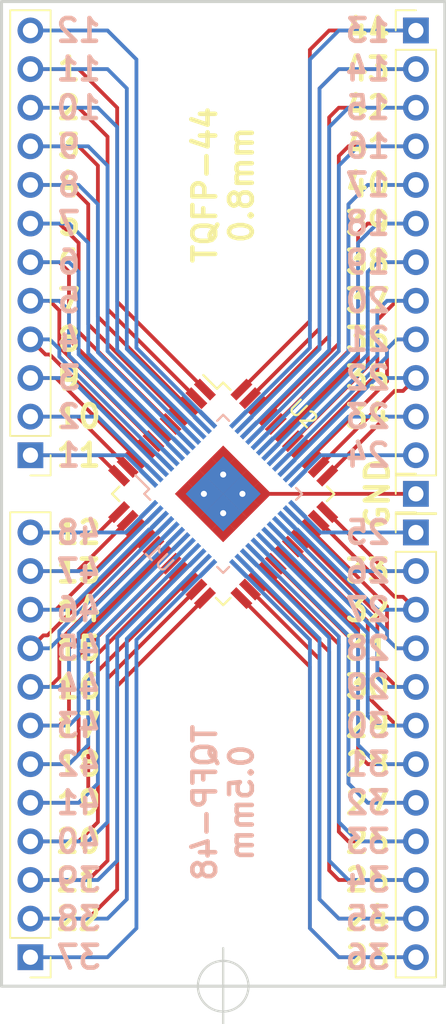
<source format=kicad_pcb>
(kicad_pcb (version 20171130) (host pcbnew "(5.0.0-rc2-dev-471-ge4feb315d)")

  (general
    (thickness 1.6)
    (drawings 100)
    (tracks 351)
    (zones 0)
    (modules 7)
    (nets 50)
  )

  (page A4)
  (layers
    (0 F.Cu signal)
    (31 B.Cu signal)
    (32 B.Adhes user)
    (33 F.Adhes user)
    (34 B.Paste user)
    (35 F.Paste user)
    (36 B.SilkS user)
    (37 F.SilkS user)
    (38 B.Mask user)
    (39 F.Mask user)
    (40 Dwgs.User user)
    (41 Cmts.User user)
    (42 Eco1.User user)
    (43 Eco2.User user)
    (44 Edge.Cuts user)
    (45 Margin user)
    (46 B.CrtYd user)
    (47 F.CrtYd user)
    (48 B.Fab user)
    (49 F.Fab user)
  )

  (setup
    (last_trace_width 0.25)
    (trace_clearance 0.2)
    (zone_clearance 0.508)
    (zone_45_only no)
    (trace_min 0.2)
    (segment_width 0.2)
    (edge_width 0.15)
    (via_size 0.8)
    (via_drill 0.4)
    (via_min_size 0.4)
    (via_min_drill 0.3)
    (uvia_size 0.3)
    (uvia_drill 0.1)
    (uvias_allowed no)
    (uvia_min_size 0.2)
    (uvia_min_drill 0.1)
    (pcb_text_width 0.3)
    (pcb_text_size 1.5 1.5)
    (mod_edge_width 0.15)
    (mod_text_size 1 1)
    (mod_text_width 0.15)
    (pad_size 1.524 1.524)
    (pad_drill 0.762)
    (pad_to_mask_clearance 0.2)
    (aux_axis_origin 0 0)
    (visible_elements FFFFFF7F)
    (pcbplotparams
      (layerselection 0x010fc_ffffffff)
      (usegerberextensions false)
      (usegerberattributes false)
      (usegerberadvancedattributes false)
      (creategerberjobfile false)
      (excludeedgelayer true)
      (linewidth 0.100000)
      (plotframeref false)
      (viasonmask false)
      (mode 1)
      (useauxorigin false)
      (hpglpennumber 1)
      (hpglpenspeed 20)
      (hpglpendiameter 15)
      (psnegative false)
      (psa4output false)
      (plotreference true)
      (plotvalue true)
      (plotinvisibletext false)
      (padsonsilk false)
      (subtractmaskfromsilk false)
      (outputformat 1)
      (mirror false)
      (drillshape 1)
      (scaleselection 1)
      (outputdirectory ""))
  )

  (net 0 "")
  (net 1 "Net-(J1-Pad12)")
  (net 2 "Net-(J1-Pad11)")
  (net 3 "Net-(J1-Pad10)")
  (net 4 "Net-(J1-Pad9)")
  (net 5 "Net-(J1-Pad8)")
  (net 6 "Net-(J1-Pad7)")
  (net 7 "Net-(J1-Pad6)")
  (net 8 "Net-(J1-Pad5)")
  (net 9 "Net-(J1-Pad4)")
  (net 10 "Net-(J1-Pad3)")
  (net 11 "Net-(J1-Pad2)")
  (net 12 "Net-(J1-Pad1)")
  (net 13 "Net-(J2-Pad1)")
  (net 14 "Net-(J2-Pad2)")
  (net 15 "Net-(J2-Pad3)")
  (net 16 "Net-(J2-Pad4)")
  (net 17 "Net-(J2-Pad5)")
  (net 18 "Net-(J2-Pad6)")
  (net 19 "Net-(J2-Pad7)")
  (net 20 "Net-(J2-Pad8)")
  (net 21 "Net-(J2-Pad9)")
  (net 22 "Net-(J2-Pad10)")
  (net 23 "Net-(J2-Pad11)")
  (net 24 "Net-(J2-Pad12)")
  (net 25 "Net-(J3-Pad1)")
  (net 26 "Net-(J3-Pad2)")
  (net 27 "Net-(J3-Pad3)")
  (net 28 "Net-(J3-Pad4)")
  (net 29 "Net-(J3-Pad5)")
  (net 30 "Net-(J3-Pad6)")
  (net 31 "Net-(J3-Pad7)")
  (net 32 "Net-(J3-Pad8)")
  (net 33 "Net-(J3-Pad9)")
  (net 34 "Net-(J3-Pad10)")
  (net 35 "Net-(J3-Pad11)")
  (net 36 "Net-(J3-Pad12)")
  (net 37 "Net-(J4-Pad12)")
  (net 38 "Net-(J4-Pad11)")
  (net 39 "Net-(J4-Pad10)")
  (net 40 "Net-(J4-Pad9)")
  (net 41 "Net-(J4-Pad8)")
  (net 42 "Net-(J4-Pad7)")
  (net 43 "Net-(J4-Pad6)")
  (net 44 "Net-(J4-Pad5)")
  (net 45 "Net-(J4-Pad4)")
  (net 46 "Net-(J4-Pad3)")
  (net 47 "Net-(J4-Pad2)")
  (net 48 "Net-(J4-Pad1)")
  (net 49 GND)

  (net_class Default "This is the default net class."
    (clearance 0.2)
    (trace_width 0.25)
    (via_dia 0.8)
    (via_drill 0.4)
    (uvia_dia 0.3)
    (uvia_drill 0.1)
    (add_net GND)
    (add_net "Net-(J1-Pad1)")
    (add_net "Net-(J1-Pad10)")
    (add_net "Net-(J1-Pad11)")
    (add_net "Net-(J1-Pad12)")
    (add_net "Net-(J1-Pad2)")
    (add_net "Net-(J1-Pad3)")
    (add_net "Net-(J1-Pad4)")
    (add_net "Net-(J1-Pad5)")
    (add_net "Net-(J1-Pad6)")
    (add_net "Net-(J1-Pad7)")
    (add_net "Net-(J1-Pad8)")
    (add_net "Net-(J1-Pad9)")
    (add_net "Net-(J2-Pad1)")
    (add_net "Net-(J2-Pad10)")
    (add_net "Net-(J2-Pad11)")
    (add_net "Net-(J2-Pad12)")
    (add_net "Net-(J2-Pad2)")
    (add_net "Net-(J2-Pad3)")
    (add_net "Net-(J2-Pad4)")
    (add_net "Net-(J2-Pad5)")
    (add_net "Net-(J2-Pad6)")
    (add_net "Net-(J2-Pad7)")
    (add_net "Net-(J2-Pad8)")
    (add_net "Net-(J2-Pad9)")
    (add_net "Net-(J3-Pad1)")
    (add_net "Net-(J3-Pad10)")
    (add_net "Net-(J3-Pad11)")
    (add_net "Net-(J3-Pad12)")
    (add_net "Net-(J3-Pad2)")
    (add_net "Net-(J3-Pad3)")
    (add_net "Net-(J3-Pad4)")
    (add_net "Net-(J3-Pad5)")
    (add_net "Net-(J3-Pad6)")
    (add_net "Net-(J3-Pad7)")
    (add_net "Net-(J3-Pad8)")
    (add_net "Net-(J3-Pad9)")
    (add_net "Net-(J4-Pad1)")
    (add_net "Net-(J4-Pad10)")
    (add_net "Net-(J4-Pad11)")
    (add_net "Net-(J4-Pad12)")
    (add_net "Net-(J4-Pad2)")
    (add_net "Net-(J4-Pad3)")
    (add_net "Net-(J4-Pad4)")
    (add_net "Net-(J4-Pad5)")
    (add_net "Net-(J4-Pad6)")
    (add_net "Net-(J4-Pad7)")
    (add_net "Net-(J4-Pad8)")
    (add_net "Net-(J4-Pad9)")
  )

  (module Pin_Headers:Pin_Header_Straight_1x12_Pitch2.54mm (layer F.Cu) (tedit 5AE497F2) (tstamp 5AE4986D)
    (at 78.74 125.095 180)
    (descr "Through hole straight pin header, 1x12, 2.54mm pitch, single row")
    (tags "Through hole pin header THT 1x12 2.54mm single row")
    (path /5AE4D003)
    (fp_text reference J1 (at 0 -2.33 180) (layer F.SilkS) hide
      (effects (font (size 1 1) (thickness 0.15)))
    )
    (fp_text value Conn_01x12 (at 0 30.27 180) (layer F.Fab) hide
      (effects (font (size 1 1) (thickness 0.15)))
    )
    (fp_text user %R (at 0 13.97 270) (layer F.Fab)
      (effects (font (size 1 1) (thickness 0.15)))
    )
    (fp_line (start 1.8 -1.8) (end -1.8 -1.8) (layer F.CrtYd) (width 0.05))
    (fp_line (start 1.8 29.75) (end 1.8 -1.8) (layer F.CrtYd) (width 0.05))
    (fp_line (start -1.8 29.75) (end 1.8 29.75) (layer F.CrtYd) (width 0.05))
    (fp_line (start -1.8 -1.8) (end -1.8 29.75) (layer F.CrtYd) (width 0.05))
    (fp_line (start -1.33 -1.33) (end 0 -1.33) (layer F.SilkS) (width 0.12))
    (fp_line (start -1.33 0) (end -1.33 -1.33) (layer F.SilkS) (width 0.12))
    (fp_line (start -1.33 1.27) (end 1.33 1.27) (layer F.SilkS) (width 0.12))
    (fp_line (start 1.33 1.27) (end 1.33 29.27) (layer F.SilkS) (width 0.12))
    (fp_line (start -1.33 1.27) (end -1.33 29.27) (layer F.SilkS) (width 0.12))
    (fp_line (start -1.33 29.27) (end 1.33 29.27) (layer F.SilkS) (width 0.12))
    (fp_line (start -1.27 -0.635) (end -0.635 -1.27) (layer F.Fab) (width 0.1))
    (fp_line (start -1.27 29.21) (end -1.27 -0.635) (layer F.Fab) (width 0.1))
    (fp_line (start 1.27 29.21) (end -1.27 29.21) (layer F.Fab) (width 0.1))
    (fp_line (start 1.27 -1.27) (end 1.27 29.21) (layer F.Fab) (width 0.1))
    (fp_line (start -0.635 -1.27) (end 1.27 -1.27) (layer F.Fab) (width 0.1))
    (pad 12 thru_hole oval (at 0 27.94 180) (size 1.7 1.7) (drill 1) (layers *.Cu *.Mask)
      (net 1 "Net-(J1-Pad12)"))
    (pad 11 thru_hole oval (at 0 25.4 180) (size 1.7 1.7) (drill 1) (layers *.Cu *.Mask)
      (net 2 "Net-(J1-Pad11)"))
    (pad 10 thru_hole oval (at 0 22.86 180) (size 1.7 1.7) (drill 1) (layers *.Cu *.Mask)
      (net 3 "Net-(J1-Pad10)"))
    (pad 9 thru_hole oval (at 0 20.32 180) (size 1.7 1.7) (drill 1) (layers *.Cu *.Mask)
      (net 4 "Net-(J1-Pad9)"))
    (pad 8 thru_hole oval (at 0 17.78 180) (size 1.7 1.7) (drill 1) (layers *.Cu *.Mask)
      (net 5 "Net-(J1-Pad8)"))
    (pad 7 thru_hole oval (at 0 15.24 180) (size 1.7 1.7) (drill 1) (layers *.Cu *.Mask)
      (net 6 "Net-(J1-Pad7)"))
    (pad 6 thru_hole oval (at 0 12.7 180) (size 1.7 1.7) (drill 1) (layers *.Cu *.Mask)
      (net 7 "Net-(J1-Pad6)"))
    (pad 5 thru_hole oval (at 0 10.16 180) (size 1.7 1.7) (drill 1) (layers *.Cu *.Mask)
      (net 8 "Net-(J1-Pad5)"))
    (pad 4 thru_hole oval (at 0 7.62 180) (size 1.7 1.7) (drill 1) (layers *.Cu *.Mask)
      (net 9 "Net-(J1-Pad4)"))
    (pad 3 thru_hole oval (at 0 5.08 180) (size 1.7 1.7) (drill 1) (layers *.Cu *.Mask)
      (net 10 "Net-(J1-Pad3)"))
    (pad 2 thru_hole oval (at 0 2.54 180) (size 1.7 1.7) (drill 1) (layers *.Cu *.Mask)
      (net 11 "Net-(J1-Pad2)"))
    (pad 1 thru_hole rect (at 0 0 180) (size 1.7 1.7) (drill 1) (layers *.Cu *.Mask)
      (net 12 "Net-(J1-Pad1)"))
    (model ${KISYS3DMOD}/Pin_Headers.3dshapes/Pin_Header_Straight_1x12_Pitch2.54mm.wrl
      (at (xyz 0 0 0))
      (scale (xyz 1 1 1))
      (rotate (xyz 0 0 0))
    )
  )

  (module Pin_Headers:Pin_Header_Straight_1x12_Pitch2.54mm (layer F.Cu) (tedit 5AE497FB) (tstamp 5AE4988D)
    (at 78.74 92.075 180)
    (descr "Through hole straight pin header, 1x12, 2.54mm pitch, single row")
    (tags "Through hole pin header THT 1x12 2.54mm single row")
    (path /5AE4D0E5)
    (fp_text reference J2 (at 0 -2.33 180) (layer F.SilkS) hide
      (effects (font (size 1 1) (thickness 0.15)))
    )
    (fp_text value Conn_01x12 (at 0 30.27 180) (layer F.Fab) hide
      (effects (font (size 1 1) (thickness 0.15)))
    )
    (fp_line (start -0.635 -1.27) (end 1.27 -1.27) (layer F.Fab) (width 0.1))
    (fp_line (start 1.27 -1.27) (end 1.27 29.21) (layer F.Fab) (width 0.1))
    (fp_line (start 1.27 29.21) (end -1.27 29.21) (layer F.Fab) (width 0.1))
    (fp_line (start -1.27 29.21) (end -1.27 -0.635) (layer F.Fab) (width 0.1))
    (fp_line (start -1.27 -0.635) (end -0.635 -1.27) (layer F.Fab) (width 0.1))
    (fp_line (start -1.33 29.27) (end 1.33 29.27) (layer F.SilkS) (width 0.12))
    (fp_line (start -1.33 1.27) (end -1.33 29.27) (layer F.SilkS) (width 0.12))
    (fp_line (start 1.33 1.27) (end 1.33 29.27) (layer F.SilkS) (width 0.12))
    (fp_line (start -1.33 1.27) (end 1.33 1.27) (layer F.SilkS) (width 0.12))
    (fp_line (start -1.33 0) (end -1.33 -1.33) (layer F.SilkS) (width 0.12))
    (fp_line (start -1.33 -1.33) (end 0 -1.33) (layer F.SilkS) (width 0.12))
    (fp_line (start -1.8 -1.8) (end -1.8 29.75) (layer F.CrtYd) (width 0.05))
    (fp_line (start -1.8 29.75) (end 1.8 29.75) (layer F.CrtYd) (width 0.05))
    (fp_line (start 1.8 29.75) (end 1.8 -1.8) (layer F.CrtYd) (width 0.05))
    (fp_line (start 1.8 -1.8) (end -1.8 -1.8) (layer F.CrtYd) (width 0.05))
    (fp_text user %R (at 0 13.97 270) (layer F.Fab)
      (effects (font (size 1 1) (thickness 0.15)))
    )
    (pad 1 thru_hole rect (at 0 0 180) (size 1.7 1.7) (drill 1) (layers *.Cu *.Mask)
      (net 13 "Net-(J2-Pad1)"))
    (pad 2 thru_hole oval (at 0 2.54 180) (size 1.7 1.7) (drill 1) (layers *.Cu *.Mask)
      (net 14 "Net-(J2-Pad2)"))
    (pad 3 thru_hole oval (at 0 5.08 180) (size 1.7 1.7) (drill 1) (layers *.Cu *.Mask)
      (net 15 "Net-(J2-Pad3)"))
    (pad 4 thru_hole oval (at 0 7.62 180) (size 1.7 1.7) (drill 1) (layers *.Cu *.Mask)
      (net 16 "Net-(J2-Pad4)"))
    (pad 5 thru_hole oval (at 0 10.16 180) (size 1.7 1.7) (drill 1) (layers *.Cu *.Mask)
      (net 17 "Net-(J2-Pad5)"))
    (pad 6 thru_hole oval (at 0 12.7 180) (size 1.7 1.7) (drill 1) (layers *.Cu *.Mask)
      (net 18 "Net-(J2-Pad6)"))
    (pad 7 thru_hole oval (at 0 15.24 180) (size 1.7 1.7) (drill 1) (layers *.Cu *.Mask)
      (net 19 "Net-(J2-Pad7)"))
    (pad 8 thru_hole oval (at 0 17.78 180) (size 1.7 1.7) (drill 1) (layers *.Cu *.Mask)
      (net 20 "Net-(J2-Pad8)"))
    (pad 9 thru_hole oval (at 0 20.32 180) (size 1.7 1.7) (drill 1) (layers *.Cu *.Mask)
      (net 21 "Net-(J2-Pad9)"))
    (pad 10 thru_hole oval (at 0 22.86 180) (size 1.7 1.7) (drill 1) (layers *.Cu *.Mask)
      (net 22 "Net-(J2-Pad10)"))
    (pad 11 thru_hole oval (at 0 25.4 180) (size 1.7 1.7) (drill 1) (layers *.Cu *.Mask)
      (net 23 "Net-(J2-Pad11)"))
    (pad 12 thru_hole oval (at 0 27.94 180) (size 1.7 1.7) (drill 1) (layers *.Cu *.Mask)
      (net 24 "Net-(J2-Pad12)"))
    (model ${KISYS3DMOD}/Pin_Headers.3dshapes/Pin_Header_Straight_1x12_Pitch2.54mm.wrl
      (at (xyz 0 0 0))
      (scale (xyz 1 1 1))
      (rotate (xyz 0 0 0))
    )
  )

  (module Pin_Headers:Pin_Header_Straight_1x12_Pitch2.54mm (layer F.Cu) (tedit 5AE497E4) (tstamp 5AE498AD)
    (at 104.14 97.155)
    (descr "Through hole straight pin header, 1x12, 2.54mm pitch, single row")
    (tags "Through hole pin header THT 1x12 2.54mm single row")
    (path /5AE4D26F)
    (fp_text reference J3 (at 0 -2.33) (layer F.SilkS) hide
      (effects (font (size 1 1) (thickness 0.15)))
    )
    (fp_text value Conn_01x12 (at 0 30.27) (layer F.Fab) hide
      (effects (font (size 1 1) (thickness 0.15)))
    )
    (fp_line (start -0.635 -1.27) (end 1.27 -1.27) (layer F.Fab) (width 0.1))
    (fp_line (start 1.27 -1.27) (end 1.27 29.21) (layer F.Fab) (width 0.1))
    (fp_line (start 1.27 29.21) (end -1.27 29.21) (layer F.Fab) (width 0.1))
    (fp_line (start -1.27 29.21) (end -1.27 -0.635) (layer F.Fab) (width 0.1))
    (fp_line (start -1.27 -0.635) (end -0.635 -1.27) (layer F.Fab) (width 0.1))
    (fp_line (start -1.33 29.27) (end 1.33 29.27) (layer F.SilkS) (width 0.12))
    (fp_line (start -1.33 1.27) (end -1.33 29.27) (layer F.SilkS) (width 0.12))
    (fp_line (start 1.33 1.27) (end 1.33 29.27) (layer F.SilkS) (width 0.12))
    (fp_line (start -1.33 1.27) (end 1.33 1.27) (layer F.SilkS) (width 0.12))
    (fp_line (start -1.33 0) (end -1.33 -1.33) (layer F.SilkS) (width 0.12))
    (fp_line (start -1.33 -1.33) (end 0 -1.33) (layer F.SilkS) (width 0.12))
    (fp_line (start -1.8 -1.8) (end -1.8 29.75) (layer F.CrtYd) (width 0.05))
    (fp_line (start -1.8 29.75) (end 1.8 29.75) (layer F.CrtYd) (width 0.05))
    (fp_line (start 1.8 29.75) (end 1.8 -1.8) (layer F.CrtYd) (width 0.05))
    (fp_line (start 1.8 -1.8) (end -1.8 -1.8) (layer F.CrtYd) (width 0.05))
    (fp_text user %R (at 0 13.97 90) (layer F.Fab)
      (effects (font (size 1 1) (thickness 0.15)))
    )
    (pad 1 thru_hole rect (at 0 0) (size 1.7 1.7) (drill 1) (layers *.Cu *.Mask)
      (net 25 "Net-(J3-Pad1)"))
    (pad 2 thru_hole oval (at 0 2.54) (size 1.7 1.7) (drill 1) (layers *.Cu *.Mask)
      (net 26 "Net-(J3-Pad2)"))
    (pad 3 thru_hole oval (at 0 5.08) (size 1.7 1.7) (drill 1) (layers *.Cu *.Mask)
      (net 27 "Net-(J3-Pad3)"))
    (pad 4 thru_hole oval (at 0 7.62) (size 1.7 1.7) (drill 1) (layers *.Cu *.Mask)
      (net 28 "Net-(J3-Pad4)"))
    (pad 5 thru_hole oval (at 0 10.16) (size 1.7 1.7) (drill 1) (layers *.Cu *.Mask)
      (net 29 "Net-(J3-Pad5)"))
    (pad 6 thru_hole oval (at 0 12.7) (size 1.7 1.7) (drill 1) (layers *.Cu *.Mask)
      (net 30 "Net-(J3-Pad6)"))
    (pad 7 thru_hole oval (at 0 15.24) (size 1.7 1.7) (drill 1) (layers *.Cu *.Mask)
      (net 31 "Net-(J3-Pad7)"))
    (pad 8 thru_hole oval (at 0 17.78) (size 1.7 1.7) (drill 1) (layers *.Cu *.Mask)
      (net 32 "Net-(J3-Pad8)"))
    (pad 9 thru_hole oval (at 0 20.32) (size 1.7 1.7) (drill 1) (layers *.Cu *.Mask)
      (net 33 "Net-(J3-Pad9)"))
    (pad 10 thru_hole oval (at 0 22.86) (size 1.7 1.7) (drill 1) (layers *.Cu *.Mask)
      (net 34 "Net-(J3-Pad10)"))
    (pad 11 thru_hole oval (at 0 25.4) (size 1.7 1.7) (drill 1) (layers *.Cu *.Mask)
      (net 35 "Net-(J3-Pad11)"))
    (pad 12 thru_hole oval (at 0 27.94) (size 1.7 1.7) (drill 1) (layers *.Cu *.Mask)
      (net 36 "Net-(J3-Pad12)"))
    (model ${KISYS3DMOD}/Pin_Headers.3dshapes/Pin_Header_Straight_1x12_Pitch2.54mm.wrl
      (at (xyz 0 0 0))
      (scale (xyz 1 1 1))
      (rotate (xyz 0 0 0))
    )
  )

  (module Pin_Headers:Pin_Header_Straight_1x12_Pitch2.54mm (layer F.Cu) (tedit 5AE497DA) (tstamp 5AE498CD)
    (at 104.14 64.135)
    (descr "Through hole straight pin header, 1x12, 2.54mm pitch, single row")
    (tags "Through hole pin header THT 1x12 2.54mm single row")
    (path /5AE4D155)
    (fp_text reference J4 (at 0 -2.33) (layer F.SilkS) hide
      (effects (font (size 1 1) (thickness 0.15)))
    )
    (fp_text value Conn_01x12 (at 0 30.27) (layer F.Fab) hide
      (effects (font (size 1 1) (thickness 0.15)))
    )
    (fp_text user %R (at 0 13.97 90) (layer F.Fab)
      (effects (font (size 1 1) (thickness 0.15)))
    )
    (fp_line (start 1.8 -1.8) (end -1.8 -1.8) (layer F.CrtYd) (width 0.05))
    (fp_line (start 1.8 29.75) (end 1.8 -1.8) (layer F.CrtYd) (width 0.05))
    (fp_line (start -1.8 29.75) (end 1.8 29.75) (layer F.CrtYd) (width 0.05))
    (fp_line (start -1.8 -1.8) (end -1.8 29.75) (layer F.CrtYd) (width 0.05))
    (fp_line (start -1.33 -1.33) (end 0 -1.33) (layer F.SilkS) (width 0.12))
    (fp_line (start -1.33 0) (end -1.33 -1.33) (layer F.SilkS) (width 0.12))
    (fp_line (start -1.33 1.27) (end 1.33 1.27) (layer F.SilkS) (width 0.12))
    (fp_line (start 1.33 1.27) (end 1.33 29.27) (layer F.SilkS) (width 0.12))
    (fp_line (start -1.33 1.27) (end -1.33 29.27) (layer F.SilkS) (width 0.12))
    (fp_line (start -1.33 29.27) (end 1.33 29.27) (layer F.SilkS) (width 0.12))
    (fp_line (start -1.27 -0.635) (end -0.635 -1.27) (layer F.Fab) (width 0.1))
    (fp_line (start -1.27 29.21) (end -1.27 -0.635) (layer F.Fab) (width 0.1))
    (fp_line (start 1.27 29.21) (end -1.27 29.21) (layer F.Fab) (width 0.1))
    (fp_line (start 1.27 -1.27) (end 1.27 29.21) (layer F.Fab) (width 0.1))
    (fp_line (start -0.635 -1.27) (end 1.27 -1.27) (layer F.Fab) (width 0.1))
    (pad 12 thru_hole oval (at 0 27.94) (size 1.7 1.7) (drill 1) (layers *.Cu *.Mask)
      (net 37 "Net-(J4-Pad12)"))
    (pad 11 thru_hole oval (at 0 25.4) (size 1.7 1.7) (drill 1) (layers *.Cu *.Mask)
      (net 38 "Net-(J4-Pad11)"))
    (pad 10 thru_hole oval (at 0 22.86) (size 1.7 1.7) (drill 1) (layers *.Cu *.Mask)
      (net 39 "Net-(J4-Pad10)"))
    (pad 9 thru_hole oval (at 0 20.32) (size 1.7 1.7) (drill 1) (layers *.Cu *.Mask)
      (net 40 "Net-(J4-Pad9)"))
    (pad 8 thru_hole oval (at 0 17.78) (size 1.7 1.7) (drill 1) (layers *.Cu *.Mask)
      (net 41 "Net-(J4-Pad8)"))
    (pad 7 thru_hole oval (at 0 15.24) (size 1.7 1.7) (drill 1) (layers *.Cu *.Mask)
      (net 42 "Net-(J4-Pad7)"))
    (pad 6 thru_hole oval (at 0 12.7) (size 1.7 1.7) (drill 1) (layers *.Cu *.Mask)
      (net 43 "Net-(J4-Pad6)"))
    (pad 5 thru_hole oval (at 0 10.16) (size 1.7 1.7) (drill 1) (layers *.Cu *.Mask)
      (net 44 "Net-(J4-Pad5)"))
    (pad 4 thru_hole oval (at 0 7.62) (size 1.7 1.7) (drill 1) (layers *.Cu *.Mask)
      (net 45 "Net-(J4-Pad4)"))
    (pad 3 thru_hole oval (at 0 5.08) (size 1.7 1.7) (drill 1) (layers *.Cu *.Mask)
      (net 46 "Net-(J4-Pad3)"))
    (pad 2 thru_hole oval (at 0 2.54) (size 1.7 1.7) (drill 1) (layers *.Cu *.Mask)
      (net 47 "Net-(J4-Pad2)"))
    (pad 1 thru_hole rect (at 0 0) (size 1.7 1.7) (drill 1) (layers *.Cu *.Mask)
      (net 48 "Net-(J4-Pad1)"))
    (model ${KISYS3DMOD}/Pin_Headers.3dshapes/Pin_Header_Straight_1x12_Pitch2.54mm.wrl
      (at (xyz 0 0 0))
      (scale (xyz 1 1 1))
      (rotate (xyz 0 0 0))
    )
  )

  (module Housings_QFP:TQFP-48-1EP_7x7mm_Pitch0.5mm (layer B.Cu) (tedit 58CC9A48) (tstamp 5AE49918)
    (at 91.44 94.615 315)
    (descr "48-Lead Thin Quad Flatpack (PT) - 7x7x1.0 mm Body [TQFP] With Exposed Pad (see Microchip Packaging Specification 00000049BS.pdf)")
    (tags "QFP 0.5")
    (path /5AE4CA29)
    (attr smd)
    (fp_text reference U1 (at 0 5.95 315) (layer B.SilkS)
      (effects (font (size 1 1) (thickness 0.15)) (justify mirror))
    )
    (fp_text value Generic_48pin_with_pad (at 0 -5.95 315) (layer B.Fab)
      (effects (font (size 1 1) (thickness 0.15)) (justify mirror))
    )
    (fp_line (start -3.675 3.225) (end -4.95 3.225) (layer B.SilkS) (width 0.15))
    (fp_line (start 3.675 3.675) (end 3.125 3.675) (layer B.SilkS) (width 0.15))
    (fp_line (start 3.675 -3.675) (end 3.125 -3.675) (layer B.SilkS) (width 0.15))
    (fp_line (start -3.675 -3.675) (end -3.125 -3.675) (layer B.SilkS) (width 0.15))
    (fp_line (start -3.675 3.675) (end -3.125 3.675) (layer B.SilkS) (width 0.15))
    (fp_line (start -3.675 -3.675) (end -3.675 -3.125) (layer B.SilkS) (width 0.15))
    (fp_line (start 3.675 -3.675) (end 3.675 -3.125) (layer B.SilkS) (width 0.15))
    (fp_line (start 3.675 3.675) (end 3.675 3.125) (layer B.SilkS) (width 0.15))
    (fp_line (start -3.675 3.675) (end -3.675 3.225) (layer B.SilkS) (width 0.15))
    (fp_line (start -5.2 -5.2) (end 5.2 -5.2) (layer B.CrtYd) (width 0.05))
    (fp_line (start -5.2 5.2) (end 5.2 5.2) (layer B.CrtYd) (width 0.05))
    (fp_line (start 5.2 5.2) (end 5.2 -5.2) (layer B.CrtYd) (width 0.05))
    (fp_line (start -5.2 5.2) (end -5.2 -5.2) (layer B.CrtYd) (width 0.05))
    (fp_line (start -3.5 2.5) (end -2.5 3.5) (layer B.Fab) (width 0.15))
    (fp_line (start -3.5 -3.5) (end -3.5 2.5) (layer B.Fab) (width 0.15))
    (fp_line (start 3.5 -3.5) (end -3.5 -3.5) (layer B.Fab) (width 0.15))
    (fp_line (start 3.5 3.5) (end 3.5 -3.5) (layer B.Fab) (width 0.15))
    (fp_line (start -2.5 3.5) (end 3.5 3.5) (layer B.Fab) (width 0.15))
    (fp_text user %R (at 0 0 315) (layer B.Fab)
      (effects (font (size 1 1) (thickness 0.15)) (justify mirror))
    )
    (pad 49 smd rect (at -0.875 0.875 315) (size 1.75 1.75) (layers B.Cu B.Paste B.Mask)
      (net 49 GND) (solder_paste_margin_ratio -0.2))
    (pad 49 smd rect (at -0.875 -0.875 315) (size 1.75 1.75) (layers B.Cu B.Paste B.Mask)
      (net 49 GND) (solder_paste_margin_ratio -0.2))
    (pad 49 smd rect (at 0.875 0.875 315) (size 1.75 1.75) (layers B.Cu B.Paste B.Mask)
      (net 49 GND) (solder_paste_margin_ratio -0.2))
    (pad 49 smd rect (at 0.875 -0.875 315) (size 1.75 1.75) (layers B.Cu B.Paste B.Mask)
      (net 49 GND) (solder_paste_margin_ratio -0.2))
    (pad 48 smd rect (at -2.75 4.2 225) (size 1.5 0.3) (layers B.Cu B.Paste B.Mask)
      (net 1 "Net-(J1-Pad12)"))
    (pad 47 smd rect (at -2.25 4.2 225) (size 1.5 0.3) (layers B.Cu B.Paste B.Mask)
      (net 2 "Net-(J1-Pad11)"))
    (pad 46 smd rect (at -1.75 4.2 225) (size 1.5 0.3) (layers B.Cu B.Paste B.Mask)
      (net 3 "Net-(J1-Pad10)"))
    (pad 45 smd rect (at -1.25 4.2 225) (size 1.5 0.3) (layers B.Cu B.Paste B.Mask)
      (net 4 "Net-(J1-Pad9)"))
    (pad 44 smd rect (at -0.75 4.2 225) (size 1.5 0.3) (layers B.Cu B.Paste B.Mask)
      (net 5 "Net-(J1-Pad8)"))
    (pad 43 smd rect (at -0.25 4.2 225) (size 1.5 0.3) (layers B.Cu B.Paste B.Mask)
      (net 6 "Net-(J1-Pad7)"))
    (pad 42 smd rect (at 0.25 4.2 225) (size 1.5 0.3) (layers B.Cu B.Paste B.Mask)
      (net 7 "Net-(J1-Pad6)"))
    (pad 41 smd rect (at 0.75 4.2 225) (size 1.5 0.3) (layers B.Cu B.Paste B.Mask)
      (net 8 "Net-(J1-Pad5)"))
    (pad 40 smd rect (at 1.25 4.2 225) (size 1.5 0.3) (layers B.Cu B.Paste B.Mask)
      (net 9 "Net-(J1-Pad4)"))
    (pad 39 smd rect (at 1.75 4.2 225) (size 1.5 0.3) (layers B.Cu B.Paste B.Mask)
      (net 10 "Net-(J1-Pad3)"))
    (pad 38 smd rect (at 2.25 4.2 225) (size 1.5 0.3) (layers B.Cu B.Paste B.Mask)
      (net 11 "Net-(J1-Pad2)"))
    (pad 37 smd rect (at 2.75 4.2 225) (size 1.5 0.3) (layers B.Cu B.Paste B.Mask)
      (net 12 "Net-(J1-Pad1)"))
    (pad 36 smd rect (at 4.2 2.75 315) (size 1.5 0.3) (layers B.Cu B.Paste B.Mask)
      (net 36 "Net-(J3-Pad12)"))
    (pad 35 smd rect (at 4.2 2.25 315) (size 1.5 0.3) (layers B.Cu B.Paste B.Mask)
      (net 35 "Net-(J3-Pad11)"))
    (pad 34 smd rect (at 4.2 1.75 315) (size 1.5 0.3) (layers B.Cu B.Paste B.Mask)
      (net 34 "Net-(J3-Pad10)"))
    (pad 33 smd rect (at 4.2 1.25 315) (size 1.5 0.3) (layers B.Cu B.Paste B.Mask)
      (net 33 "Net-(J3-Pad9)"))
    (pad 32 smd rect (at 4.2 0.75 315) (size 1.5 0.3) (layers B.Cu B.Paste B.Mask)
      (net 32 "Net-(J3-Pad8)"))
    (pad 31 smd rect (at 4.2 0.25 315) (size 1.5 0.3) (layers B.Cu B.Paste B.Mask)
      (net 31 "Net-(J3-Pad7)"))
    (pad 30 smd rect (at 4.2 -0.25 315) (size 1.5 0.3) (layers B.Cu B.Paste B.Mask)
      (net 30 "Net-(J3-Pad6)"))
    (pad 29 smd rect (at 4.2 -0.75 315) (size 1.5 0.3) (layers B.Cu B.Paste B.Mask)
      (net 29 "Net-(J3-Pad5)"))
    (pad 28 smd rect (at 4.2 -1.25 315) (size 1.5 0.3) (layers B.Cu B.Paste B.Mask)
      (net 28 "Net-(J3-Pad4)"))
    (pad 27 smd rect (at 4.2 -1.75 315) (size 1.5 0.3) (layers B.Cu B.Paste B.Mask)
      (net 27 "Net-(J3-Pad3)"))
    (pad 26 smd rect (at 4.2 -2.25 315) (size 1.5 0.3) (layers B.Cu B.Paste B.Mask)
      (net 26 "Net-(J3-Pad2)"))
    (pad 25 smd rect (at 4.2 -2.75 315) (size 1.5 0.3) (layers B.Cu B.Paste B.Mask)
      (net 25 "Net-(J3-Pad1)"))
    (pad 24 smd rect (at 2.75 -4.2 225) (size 1.5 0.3) (layers B.Cu B.Paste B.Mask)
      (net 37 "Net-(J4-Pad12)"))
    (pad 23 smd rect (at 2.25 -4.2 225) (size 1.5 0.3) (layers B.Cu B.Paste B.Mask)
      (net 38 "Net-(J4-Pad11)"))
    (pad 22 smd rect (at 1.75 -4.2 225) (size 1.5 0.3) (layers B.Cu B.Paste B.Mask)
      (net 39 "Net-(J4-Pad10)"))
    (pad 21 smd rect (at 1.25 -4.2 225) (size 1.5 0.3) (layers B.Cu B.Paste B.Mask)
      (net 40 "Net-(J4-Pad9)"))
    (pad 20 smd rect (at 0.75 -4.2 225) (size 1.5 0.3) (layers B.Cu B.Paste B.Mask)
      (net 41 "Net-(J4-Pad8)"))
    (pad 19 smd rect (at 0.25 -4.2 225) (size 1.5 0.3) (layers B.Cu B.Paste B.Mask)
      (net 42 "Net-(J4-Pad7)"))
    (pad 18 smd rect (at -0.25 -4.2 225) (size 1.5 0.3) (layers B.Cu B.Paste B.Mask)
      (net 43 "Net-(J4-Pad6)"))
    (pad 17 smd rect (at -0.75 -4.2 225) (size 1.5 0.3) (layers B.Cu B.Paste B.Mask)
      (net 44 "Net-(J4-Pad5)"))
    (pad 16 smd rect (at -1.25 -4.2 225) (size 1.5 0.3) (layers B.Cu B.Paste B.Mask)
      (net 45 "Net-(J4-Pad4)"))
    (pad 15 smd rect (at -1.75 -4.2 225) (size 1.5 0.3) (layers B.Cu B.Paste B.Mask)
      (net 46 "Net-(J4-Pad3)"))
    (pad 14 smd rect (at -2.25 -4.2 225) (size 1.5 0.3) (layers B.Cu B.Paste B.Mask)
      (net 47 "Net-(J4-Pad2)"))
    (pad 13 smd rect (at -2.75 -4.2 225) (size 1.5 0.3) (layers B.Cu B.Paste B.Mask)
      (net 48 "Net-(J4-Pad1)"))
    (pad 12 smd rect (at -4.2 -2.75 315) (size 1.5 0.3) (layers B.Cu B.Paste B.Mask)
      (net 24 "Net-(J2-Pad12)"))
    (pad 11 smd rect (at -4.2 -2.25 315) (size 1.5 0.3) (layers B.Cu B.Paste B.Mask)
      (net 23 "Net-(J2-Pad11)"))
    (pad 10 smd rect (at -4.2 -1.75 315) (size 1.5 0.3) (layers B.Cu B.Paste B.Mask)
      (net 22 "Net-(J2-Pad10)"))
    (pad 9 smd rect (at -4.2 -1.25 315) (size 1.5 0.3) (layers B.Cu B.Paste B.Mask)
      (net 21 "Net-(J2-Pad9)"))
    (pad 8 smd rect (at -4.2 -0.75 315) (size 1.5 0.3) (layers B.Cu B.Paste B.Mask)
      (net 20 "Net-(J2-Pad8)"))
    (pad 7 smd rect (at -4.2 -0.25 315) (size 1.5 0.3) (layers B.Cu B.Paste B.Mask)
      (net 19 "Net-(J2-Pad7)"))
    (pad 6 smd rect (at -4.2 0.25 315) (size 1.5 0.3) (layers B.Cu B.Paste B.Mask)
      (net 18 "Net-(J2-Pad6)"))
    (pad 5 smd rect (at -4.2 0.75 315) (size 1.5 0.3) (layers B.Cu B.Paste B.Mask)
      (net 17 "Net-(J2-Pad5)"))
    (pad 4 smd rect (at -4.2 1.25 315) (size 1.5 0.3) (layers B.Cu B.Paste B.Mask)
      (net 16 "Net-(J2-Pad4)"))
    (pad 3 smd rect (at -4.2 1.75 315) (size 1.5 0.3) (layers B.Cu B.Paste B.Mask)
      (net 15 "Net-(J2-Pad3)"))
    (pad 2 smd rect (at -4.2 2.25 315) (size 1.5 0.3) (layers B.Cu B.Paste B.Mask)
      (net 14 "Net-(J2-Pad2)"))
    (pad 1 smd rect (at -4.2 2.75 315) (size 1.5 0.3) (layers B.Cu B.Paste B.Mask)
      (net 13 "Net-(J2-Pad1)"))
    (model ${KISYS3DMOD}/Housings_QFP.3dshapes/TQFP-48-1EP_7x7mm_Pitch0.5mm.wrl
      (at (xyz 0 0 0))
      (scale (xyz 1 1 1))
      (rotate (xyz 0 0 0))
    )
  )

  (module Housings_QFP:TQFP-44-1EP_10x10mm_Pitch0.8mm (layer F.Cu) (tedit 58CC9A48) (tstamp 5AE4BE3E)
    (at 91.44 94.615 315)
    (descr "44-Lead Plastic Thin Quad Flatpack (MW) - 10x10x1.0 mm Body [TQFP] With 4.5x4.5 mm Exposed Pad (see Microchip Packaging Specification 00000049BS.pdf)")
    (tags "QFP 0.8")
    (path /5AE4C985)
    (attr smd)
    (fp_text reference U2 (at 0 -7.45 315) (layer F.SilkS)
      (effects (font (size 1 1) (thickness 0.15)))
    )
    (fp_text value Generic_44pin_with_pad (at 0 7.45 315) (layer F.Fab)
      (effects (font (size 1 1) (thickness 0.15)))
    )
    (fp_line (start -5.175 -4.6) (end -6.45 -4.6) (layer F.SilkS) (width 0.15))
    (fp_line (start 5.175 -5.175) (end 4.5 -5.175) (layer F.SilkS) (width 0.15))
    (fp_line (start 5.175 5.175) (end 4.5 5.175) (layer F.SilkS) (width 0.15))
    (fp_line (start -5.175 5.175) (end -4.5 5.175) (layer F.SilkS) (width 0.15))
    (fp_line (start -5.175 -5.175) (end -4.5 -5.175) (layer F.SilkS) (width 0.15))
    (fp_line (start -5.175 5.175) (end -5.175 4.5) (layer F.SilkS) (width 0.15))
    (fp_line (start 5.175 5.175) (end 5.175 4.5) (layer F.SilkS) (width 0.15))
    (fp_line (start 5.175 -5.175) (end 5.175 -4.5) (layer F.SilkS) (width 0.15))
    (fp_line (start -5.175 -5.175) (end -5.175 -4.6) (layer F.SilkS) (width 0.15))
    (fp_line (start -6.7 6.7) (end 6.7 6.7) (layer F.CrtYd) (width 0.05))
    (fp_line (start -6.7 -6.7) (end 6.7 -6.7) (layer F.CrtYd) (width 0.05))
    (fp_line (start 6.7 -6.7) (end 6.7 6.7) (layer F.CrtYd) (width 0.05))
    (fp_line (start -6.7 -6.7) (end -6.7 6.7) (layer F.CrtYd) (width 0.05))
    (fp_line (start -5 -4) (end -4 -5) (layer F.Fab) (width 0.15))
    (fp_line (start -5 5) (end -5 -4) (layer F.Fab) (width 0.15))
    (fp_line (start 5 5) (end -5 5) (layer F.Fab) (width 0.15))
    (fp_line (start 5 -5) (end 5 5) (layer F.Fab) (width 0.15))
    (fp_line (start -4 -5) (end 5 -5) (layer F.Fab) (width 0.15))
    (fp_text user %R (at 0 0 315) (layer F.Fab)
      (effects (font (size 1 1) (thickness 0.15)))
    )
    (pad 45 smd rect (at -1.6875 -1.6875 315) (size 1.125 1.125) (layers F.Cu F.Paste F.Mask)
      (net 49 GND) (solder_paste_margin_ratio -0.2))
    (pad 45 smd rect (at -1.6875 -0.5625 315) (size 1.125 1.125) (layers F.Cu F.Paste F.Mask)
      (net 49 GND) (solder_paste_margin_ratio -0.2))
    (pad 45 smd rect (at -1.6875 0.5625 315) (size 1.125 1.125) (layers F.Cu F.Paste F.Mask)
      (net 49 GND) (solder_paste_margin_ratio -0.2))
    (pad 45 smd rect (at -1.6875 1.6875 315) (size 1.125 1.125) (layers F.Cu F.Paste F.Mask)
      (net 49 GND) (solder_paste_margin_ratio -0.2))
    (pad 45 smd rect (at -0.5625 -1.6875 315) (size 1.125 1.125) (layers F.Cu F.Paste F.Mask)
      (net 49 GND) (solder_paste_margin_ratio -0.2))
    (pad 45 smd rect (at -0.5625 -0.5625 315) (size 1.125 1.125) (layers F.Cu F.Paste F.Mask)
      (net 49 GND) (solder_paste_margin_ratio -0.2))
    (pad 45 smd rect (at -0.5625 0.5625 315) (size 1.125 1.125) (layers F.Cu F.Paste F.Mask)
      (net 49 GND) (solder_paste_margin_ratio -0.2))
    (pad 45 smd rect (at -0.5625 1.6875 315) (size 1.125 1.125) (layers F.Cu F.Paste F.Mask)
      (net 49 GND) (solder_paste_margin_ratio -0.2))
    (pad 45 smd rect (at 0.5625 -1.6875 315) (size 1.125 1.125) (layers F.Cu F.Paste F.Mask)
      (net 49 GND) (solder_paste_margin_ratio -0.2))
    (pad 45 smd rect (at 0.5625 -0.5625 315) (size 1.125 1.125) (layers F.Cu F.Paste F.Mask)
      (net 49 GND) (solder_paste_margin_ratio -0.2))
    (pad 45 smd rect (at 0.5625 0.5625 315) (size 1.125 1.125) (layers F.Cu F.Paste F.Mask)
      (net 49 GND) (solder_paste_margin_ratio -0.2))
    (pad 45 smd rect (at 0.5625 1.6875 315) (size 1.125 1.125) (layers F.Cu F.Paste F.Mask)
      (net 49 GND) (solder_paste_margin_ratio -0.2))
    (pad 45 smd rect (at 1.6875 -1.6875 315) (size 1.125 1.125) (layers F.Cu F.Paste F.Mask)
      (net 49 GND) (solder_paste_margin_ratio -0.2))
    (pad 45 smd rect (at 1.6875 -0.5625 315) (size 1.125 1.125) (layers F.Cu F.Paste F.Mask)
      (net 49 GND) (solder_paste_margin_ratio -0.2))
    (pad 45 smd rect (at 1.6875 0.5625 315) (size 1.125 1.125) (layers F.Cu F.Paste F.Mask)
      (net 49 GND) (solder_paste_margin_ratio -0.2))
    (pad 45 smd rect (at 1.6875 1.6875 315) (size 1.125 1.125) (layers F.Cu F.Paste F.Mask)
      (net 49 GND) (solder_paste_margin_ratio -0.2))
    (pad 44 smd rect (at -4 -5.7 45) (size 1.5 0.55) (layers F.Cu F.Paste F.Mask)
      (net 48 "Net-(J4-Pad1)"))
    (pad 43 smd rect (at -3.2 -5.7 45) (size 1.5 0.55) (layers F.Cu F.Paste F.Mask)
      (net 47 "Net-(J4-Pad2)"))
    (pad 42 smd rect (at -2.4 -5.7 45) (size 1.5 0.55) (layers F.Cu F.Paste F.Mask)
      (net 46 "Net-(J4-Pad3)"))
    (pad 41 smd rect (at -1.6 -5.7 45) (size 1.5 0.55) (layers F.Cu F.Paste F.Mask)
      (net 45 "Net-(J4-Pad4)"))
    (pad 40 smd rect (at -0.8 -5.7 45) (size 1.5 0.55) (layers F.Cu F.Paste F.Mask)
      (net 44 "Net-(J4-Pad5)"))
    (pad 39 smd rect (at 0 -5.7 45) (size 1.5 0.55) (layers F.Cu F.Paste F.Mask)
      (net 43 "Net-(J4-Pad6)"))
    (pad 38 smd rect (at 0.8 -5.7 45) (size 1.5 0.55) (layers F.Cu F.Paste F.Mask)
      (net 42 "Net-(J4-Pad7)"))
    (pad 37 smd rect (at 1.6 -5.7 45) (size 1.5 0.55) (layers F.Cu F.Paste F.Mask)
      (net 41 "Net-(J4-Pad8)"))
    (pad 36 smd rect (at 2.4 -5.7 45) (size 1.5 0.55) (layers F.Cu F.Paste F.Mask)
      (net 40 "Net-(J4-Pad9)"))
    (pad 35 smd rect (at 3.2 -5.7 45) (size 1.5 0.55) (layers F.Cu F.Paste F.Mask)
      (net 39 "Net-(J4-Pad10)"))
    (pad 34 smd rect (at 4 -5.7 45) (size 1.5 0.55) (layers F.Cu F.Paste F.Mask)
      (net 38 "Net-(J4-Pad11)"))
    (pad 33 smd rect (at 5.7 -4 315) (size 1.5 0.55) (layers F.Cu F.Paste F.Mask)
      (net 26 "Net-(J3-Pad2)"))
    (pad 32 smd rect (at 5.7 -3.2 315) (size 1.5 0.55) (layers F.Cu F.Paste F.Mask)
      (net 27 "Net-(J3-Pad3)"))
    (pad 31 smd rect (at 5.7 -2.4 315) (size 1.5 0.55) (layers F.Cu F.Paste F.Mask)
      (net 28 "Net-(J3-Pad4)"))
    (pad 30 smd rect (at 5.7 -1.6 315) (size 1.5 0.55) (layers F.Cu F.Paste F.Mask)
      (net 29 "Net-(J3-Pad5)"))
    (pad 29 smd rect (at 5.7 -0.8 315) (size 1.5 0.55) (layers F.Cu F.Paste F.Mask)
      (net 30 "Net-(J3-Pad6)"))
    (pad 28 smd rect (at 5.7 0 315) (size 1.5 0.55) (layers F.Cu F.Paste F.Mask)
      (net 31 "Net-(J3-Pad7)"))
    (pad 27 smd rect (at 5.7 0.8 315) (size 1.5 0.55) (layers F.Cu F.Paste F.Mask)
      (net 32 "Net-(J3-Pad8)"))
    (pad 26 smd rect (at 5.7 1.6 315) (size 1.5 0.55) (layers F.Cu F.Paste F.Mask)
      (net 33 "Net-(J3-Pad9)"))
    (pad 25 smd rect (at 5.7 2.4 315) (size 1.5 0.55) (layers F.Cu F.Paste F.Mask)
      (net 34 "Net-(J3-Pad10)"))
    (pad 24 smd rect (at 5.7 3.2 315) (size 1.5 0.55) (layers F.Cu F.Paste F.Mask)
      (net 35 "Net-(J3-Pad11)"))
    (pad 23 smd rect (at 5.7 4 315) (size 1.5 0.55) (layers F.Cu F.Paste F.Mask)
      (net 36 "Net-(J3-Pad12)"))
    (pad 22 smd rect (at 4 5.7 45) (size 1.5 0.55) (layers F.Cu F.Paste F.Mask)
      (net 11 "Net-(J1-Pad2)"))
    (pad 21 smd rect (at 3.2 5.7 45) (size 1.5 0.55) (layers F.Cu F.Paste F.Mask)
      (net 10 "Net-(J1-Pad3)"))
    (pad 20 smd rect (at 2.4 5.7 45) (size 1.5 0.55) (layers F.Cu F.Paste F.Mask)
      (net 9 "Net-(J1-Pad4)"))
    (pad 19 smd rect (at 1.6 5.7 45) (size 1.5 0.55) (layers F.Cu F.Paste F.Mask)
      (net 8 "Net-(J1-Pad5)"))
    (pad 18 smd rect (at 0.8 5.7 45) (size 1.5 0.55) (layers F.Cu F.Paste F.Mask)
      (net 7 "Net-(J1-Pad6)"))
    (pad 17 smd rect (at 0 5.7 45) (size 1.5 0.55) (layers F.Cu F.Paste F.Mask)
      (net 6 "Net-(J1-Pad7)"))
    (pad 16 smd rect (at -0.8 5.7 45) (size 1.5 0.55) (layers F.Cu F.Paste F.Mask)
      (net 5 "Net-(J1-Pad8)"))
    (pad 15 smd rect (at -1.6 5.7 45) (size 1.5 0.55) (layers F.Cu F.Paste F.Mask)
      (net 4 "Net-(J1-Pad9)"))
    (pad 14 smd rect (at -2.4 5.7 45) (size 1.5 0.55) (layers F.Cu F.Paste F.Mask)
      (net 3 "Net-(J1-Pad10)"))
    (pad 13 smd rect (at -3.2 5.7 45) (size 1.5 0.55) (layers F.Cu F.Paste F.Mask)
      (net 2 "Net-(J1-Pad11)"))
    (pad 12 smd rect (at -4 5.7 45) (size 1.5 0.55) (layers F.Cu F.Paste F.Mask)
      (net 1 "Net-(J1-Pad12)"))
    (pad 11 smd rect (at -5.7 4 315) (size 1.5 0.55) (layers F.Cu F.Paste F.Mask)
      (net 13 "Net-(J2-Pad1)"))
    (pad 10 smd rect (at -5.7 3.2 315) (size 1.5 0.55) (layers F.Cu F.Paste F.Mask)
      (net 14 "Net-(J2-Pad2)"))
    (pad 9 smd rect (at -5.7 2.4 315) (size 1.5 0.55) (layers F.Cu F.Paste F.Mask)
      (net 15 "Net-(J2-Pad3)"))
    (pad 8 smd rect (at -5.7 1.6 315) (size 1.5 0.55) (layers F.Cu F.Paste F.Mask)
      (net 16 "Net-(J2-Pad4)"))
    (pad 7 smd rect (at -5.7 0.8 315) (size 1.5 0.55) (layers F.Cu F.Paste F.Mask)
      (net 17 "Net-(J2-Pad5)"))
    (pad 6 smd rect (at -5.7 0 315) (size 1.5 0.55) (layers F.Cu F.Paste F.Mask)
      (net 18 "Net-(J2-Pad6)"))
    (pad 5 smd rect (at -5.7 -0.8 315) (size 1.5 0.55) (layers F.Cu F.Paste F.Mask)
      (net 19 "Net-(J2-Pad7)"))
    (pad 4 smd rect (at -5.7 -1.6 315) (size 1.5 0.55) (layers F.Cu F.Paste F.Mask)
      (net 20 "Net-(J2-Pad8)"))
    (pad 3 smd rect (at -5.7 -2.4 315) (size 1.5 0.55) (layers F.Cu F.Paste F.Mask)
      (net 21 "Net-(J2-Pad9)"))
    (pad 2 smd rect (at -5.7 -3.2 315) (size 1.5 0.55) (layers F.Cu F.Paste F.Mask)
      (net 22 "Net-(J2-Pad10)"))
    (pad 1 smd rect (at -5.7 -4 315) (size 1.5 0.55) (layers F.Cu F.Paste F.Mask)
      (net 23 "Net-(J2-Pad11)"))
    (model ${KISYS3DMOD}/Housings_QFP.3dshapes/TQFP-44-1EP_10x10mm_Pitch0.8mm.wrl
      (at (xyz 0 0 0))
      (scale (xyz 1 1 1))
      (rotate (xyz 0 0 0))
    )
  )

  (module Pin_Headers:Pin_Header_Straight_1x01_Pitch2.54mm (layer F.Cu) (tedit 5AE4A476) (tstamp 5AE4B0F3)
    (at 104.14 94.615)
    (descr "Through hole straight pin header, 1x01, 2.54mm pitch, single row")
    (tags "Through hole pin header THT 1x01 2.54mm single row")
    (path /5B0C2D37)
    (fp_text reference J5 (at 3.175 -0.635) (layer F.SilkS) hide
      (effects (font (size 1 1) (thickness 0.15)))
    )
    (fp_text value Conn_01x01 (at 0 2.33) (layer F.Fab) hide
      (effects (font (size 1 1) (thickness 0.15)))
    )
    (fp_text user %R (at 0 0 90) (layer F.Fab)
      (effects (font (size 1 1) (thickness 0.15)))
    )
    (fp_line (start 1.8 -1.8) (end -1.8 -1.8) (layer F.CrtYd) (width 0.05))
    (fp_line (start 1.8 1.8) (end 1.8 -1.8) (layer F.CrtYd) (width 0.05))
    (fp_line (start -1.8 1.8) (end 1.8 1.8) (layer F.CrtYd) (width 0.05))
    (fp_line (start -1.8 -1.8) (end -1.8 1.8) (layer F.CrtYd) (width 0.05))
    (fp_line (start -1.33 -1.33) (end 0 -1.33) (layer F.SilkS) (width 0.12))
    (fp_line (start -1.33 0) (end -1.33 -1.33) (layer F.SilkS) (width 0.12))
    (fp_line (start -1.33 1.27) (end 1.33 1.27) (layer F.SilkS) (width 0.12))
    (fp_line (start 1.33 1.27) (end 1.33 1.33) (layer F.SilkS) (width 0.12))
    (fp_line (start -1.33 1.27) (end -1.33 1.33) (layer F.SilkS) (width 0.12))
    (fp_line (start -1.33 1.33) (end 1.33 1.33) (layer F.SilkS) (width 0.12))
    (fp_line (start -1.27 -0.635) (end -0.635 -1.27) (layer F.Fab) (width 0.1))
    (fp_line (start -1.27 1.27) (end -1.27 -0.635) (layer F.Fab) (width 0.1))
    (fp_line (start 1.27 1.27) (end -1.27 1.27) (layer F.Fab) (width 0.1))
    (fp_line (start 1.27 -1.27) (end 1.27 1.27) (layer F.Fab) (width 0.1))
    (fp_line (start -0.635 -1.27) (end 1.27 -1.27) (layer F.Fab) (width 0.1))
    (pad 1 thru_hole rect (at 0 0) (size 1.7 1.7) (drill 1) (layers *.Cu *.Mask)
      (net 49 GND))
    (model ${KISYS3DMOD}/Pin_Headers.3dshapes/Pin_Header_Straight_1x01_Pitch2.54mm.wrl
      (at (xyz 0 0 0))
      (scale (xyz 1 1 1))
      (rotate (xyz 0 0 0))
    )
  )

  (gr_text "TQFP-48\n0.5mm" (at 91.44 114.935 90) (layer B.SilkS)
    (effects (font (size 1.5 1.5) (thickness 0.3)) (justify mirror))
  )
  (gr_text "TQFP-44\n0.8mm" (at 91.44 74.295 90) (layer F.SilkS)
    (effects (font (size 1.5 1.5) (thickness 0.3)))
  )
  (gr_text 48 (at 81.915 97.155) (layer B.SilkS)
    (effects (font (size 1.5 1.5) (thickness 0.3)) (justify mirror))
  )
  (gr_text 47 (at 81.915 99.695) (layer B.SilkS)
    (effects (font (size 1.5 1.5) (thickness 0.3)) (justify mirror))
  )
  (gr_text 46 (at 81.915 102.235) (layer B.SilkS)
    (effects (font (size 1.5 1.5) (thickness 0.3)) (justify mirror))
  )
  (gr_text 45 (at 81.915 104.775) (layer B.SilkS)
    (effects (font (size 1.5 1.5) (thickness 0.3)) (justify mirror))
  )
  (gr_text 44 (at 81.915 107.315) (layer B.SilkS)
    (effects (font (size 1.5 1.5) (thickness 0.3)) (justify mirror))
  )
  (gr_text 43 (at 81.915 109.855) (layer B.SilkS)
    (effects (font (size 1.5 1.5) (thickness 0.3)) (justify mirror))
  )
  (gr_text 42 (at 81.915 112.395) (layer B.SilkS)
    (effects (font (size 1.5 1.5) (thickness 0.3)) (justify mirror))
  )
  (gr_text 41 (at 81.915 114.935) (layer B.SilkS)
    (effects (font (size 1.5 1.5) (thickness 0.3)) (justify mirror))
  )
  (gr_text 40 (at 81.915 117.475) (layer B.SilkS)
    (effects (font (size 1.5 1.5) (thickness 0.3)) (justify mirror))
  )
  (gr_text 39 (at 81.915 120.015) (layer B.SilkS)
    (effects (font (size 1.5 1.5) (thickness 0.3)) (justify mirror))
  )
  (gr_text 38 (at 81.915 122.555) (layer B.SilkS)
    (effects (font (size 1.5 1.5) (thickness 0.3)) (justify mirror))
  )
  (gr_text 37 (at 81.915 125.095) (layer B.SilkS)
    (effects (font (size 1.5 1.5) (thickness 0.3)) (justify mirror))
  )
  (gr_text 36 (at 100.965 125.095) (layer B.SilkS)
    (effects (font (size 1.5 1.5) (thickness 0.3)) (justify mirror))
  )
  (gr_text 35 (at 100.965 122.555) (layer B.SilkS)
    (effects (font (size 1.5 1.5) (thickness 0.3)) (justify mirror))
  )
  (gr_text 34 (at 100.965 120.015) (layer B.SilkS)
    (effects (font (size 1.5 1.5) (thickness 0.3)) (justify mirror))
  )
  (gr_text 33 (at 100.965 117.475) (layer B.SilkS)
    (effects (font (size 1.5 1.5) (thickness 0.3)) (justify mirror))
  )
  (gr_text 32 (at 100.965 114.935) (layer B.SilkS)
    (effects (font (size 1.5 1.5) (thickness 0.3)) (justify mirror))
  )
  (gr_text 31 (at 100.965 112.395) (layer B.SilkS)
    (effects (font (size 1.5 1.5) (thickness 0.3)) (justify mirror))
  )
  (gr_text 30 (at 100.965 109.855) (layer B.SilkS)
    (effects (font (size 1.5 1.5) (thickness 0.3)) (justify mirror))
  )
  (gr_text 29 (at 100.965 107.315) (layer B.SilkS)
    (effects (font (size 1.5 1.5) (thickness 0.3)) (justify mirror))
  )
  (gr_text 28 (at 100.965 104.775) (layer B.SilkS)
    (effects (font (size 1.5 1.5) (thickness 0.3)) (justify mirror))
  )
  (gr_text 27 (at 100.965 102.235) (layer B.SilkS)
    (effects (font (size 1.5 1.5) (thickness 0.3)) (justify mirror))
  )
  (gr_text 26 (at 100.965 99.695) (layer B.SilkS)
    (effects (font (size 1.5 1.5) (thickness 0.3)) (justify mirror))
  )
  (gr_text 25 (at 100.965 97.155) (layer B.SilkS)
    (effects (font (size 1.5 1.5) (thickness 0.3)) (justify mirror))
  )
  (gr_text 24 (at 100.965 92.075) (layer B.SilkS)
    (effects (font (size 1.5 1.5) (thickness 0.3)) (justify mirror))
  )
  (gr_text 23 (at 100.965 89.535) (layer B.SilkS)
    (effects (font (size 1.5 1.5) (thickness 0.3)) (justify mirror))
  )
  (gr_text 22 (at 100.965 86.995) (layer B.SilkS)
    (effects (font (size 1.5 1.5) (thickness 0.3)) (justify mirror))
  )
  (gr_text 21 (at 100.965 84.455) (layer B.SilkS)
    (effects (font (size 1.5 1.5) (thickness 0.3)) (justify mirror))
  )
  (gr_text 20 (at 100.965 81.915) (layer B.SilkS)
    (effects (font (size 1.5 1.5) (thickness 0.3)) (justify mirror))
  )
  (gr_text 19 (at 100.965 79.375) (layer B.SilkS)
    (effects (font (size 1.5 1.5) (thickness 0.3)) (justify mirror))
  )
  (gr_text 18 (at 100.965 76.835) (layer B.SilkS)
    (effects (font (size 1.5 1.5) (thickness 0.3)) (justify mirror))
  )
  (gr_text 17 (at 100.965 74.295) (layer B.SilkS)
    (effects (font (size 1.5 1.5) (thickness 0.3)) (justify mirror))
  )
  (gr_text 16 (at 100.965 71.755) (layer B.SilkS)
    (effects (font (size 1.5 1.5) (thickness 0.3)) (justify mirror))
  )
  (gr_text 15 (at 100.965 69.215) (layer B.SilkS)
    (effects (font (size 1.5 1.5) (thickness 0.3)) (justify mirror))
  )
  (gr_text 14 (at 100.965 66.675) (layer B.SilkS)
    (effects (font (size 1.5 1.5) (thickness 0.3)) (justify mirror))
  )
  (gr_text 13 (at 100.965 64.135) (layer B.SilkS)
    (effects (font (size 1.5 1.5) (thickness 0.3)) (justify mirror))
  )
  (gr_text 12 (at 81.915 64.135) (layer B.SilkS)
    (effects (font (size 1.5 1.5) (thickness 0.3)) (justify mirror))
  )
  (gr_text 11 (at 81.915 66.675) (layer B.SilkS)
    (effects (font (size 1.5 1.5) (thickness 0.3)) (justify mirror))
  )
  (gr_text 10 (at 81.915 69.215) (layer B.SilkS)
    (effects (font (size 1.5 1.5) (thickness 0.3)) (justify mirror))
  )
  (gr_text 9 (at 81.28 71.755) (layer B.SilkS)
    (effects (font (size 1.5 1.5) (thickness 0.3)) (justify mirror))
  )
  (gr_text 8 (at 81.28 74.295) (layer B.SilkS)
    (effects (font (size 1.5 1.5) (thickness 0.3)) (justify mirror))
  )
  (gr_text 7 (at 81.28 76.835) (layer B.SilkS)
    (effects (font (size 1.5 1.5) (thickness 0.3)) (justify mirror))
  )
  (gr_text 6 (at 81.28 79.375) (layer B.SilkS)
    (effects (font (size 1.5 1.5) (thickness 0.3)) (justify mirror))
  )
  (gr_text 5 (at 81.28 81.915) (layer B.SilkS)
    (effects (font (size 1.5 1.5) (thickness 0.3)) (justify mirror))
  )
  (gr_text 4 (at 81.28 84.455) (layer B.SilkS)
    (effects (font (size 1.5 1.5) (thickness 0.3)) (justify mirror))
  )
  (gr_text 3 (at 81.28 86.995) (layer B.SilkS)
    (effects (font (size 1.5 1.5) (thickness 0.3)) (justify mirror))
  )
  (gr_text 2 (at 81.28 89.535) (layer B.SilkS)
    (effects (font (size 1.5 1.5) (thickness 0.3)) (justify mirror))
  )
  (gr_text 1 (at 81.28 92.075) (layer B.SilkS)
    (effects (font (size 1.5 1.5) (thickness 0.3)) (justify mirror))
  )
  (gr_text GND (at 101.6 94.615 90) (layer F.SilkS)
    (effects (font (size 1.5 1.5) (thickness 0.3)))
  )
  (gr_text 44 (at 100.965 64.135) (layer F.SilkS)
    (effects (font (size 1.5 1.5) (thickness 0.3)))
  )
  (gr_text 43 (at 100.965 66.675) (layer F.SilkS)
    (effects (font (size 1.5 1.5) (thickness 0.3)))
  )
  (gr_text 42 (at 100.965 69.215) (layer F.SilkS)
    (effects (font (size 1.5 1.5) (thickness 0.3)))
  )
  (gr_text 41 (at 100.965 71.755) (layer F.SilkS)
    (effects (font (size 1.5 1.5) (thickness 0.3)))
  )
  (gr_text 40 (at 100.965 74.295) (layer F.SilkS)
    (effects (font (size 1.5 1.5) (thickness 0.3)))
  )
  (gr_text 39 (at 100.965 76.835) (layer F.SilkS)
    (effects (font (size 1.5 1.5) (thickness 0.3)))
  )
  (gr_text 38 (at 100.965 79.375) (layer F.SilkS)
    (effects (font (size 1.5 1.5) (thickness 0.3)))
  )
  (gr_text 37 (at 100.965 81.915) (layer F.SilkS)
    (effects (font (size 1.5 1.5) (thickness 0.3)))
  )
  (gr_text 36 (at 100.965 84.455) (layer F.SilkS)
    (effects (font (size 1.5 1.5) (thickness 0.3)))
  )
  (gr_text 35 (at 100.965 86.995) (layer F.SilkS)
    (effects (font (size 1.5 1.5) (thickness 0.3)))
  )
  (gr_text 34 (at 100.965 89.535) (layer F.SilkS)
    (effects (font (size 1.5 1.5) (thickness 0.3)))
  )
  (gr_text 33 (at 100.965 99.695) (layer F.SilkS)
    (effects (font (size 1.5 1.5) (thickness 0.3)))
  )
  (gr_text 32 (at 100.965 102.235) (layer F.SilkS)
    (effects (font (size 1.5 1.5) (thickness 0.3)))
  )
  (gr_text 31 (at 100.965 104.775) (layer F.SilkS)
    (effects (font (size 1.5 1.5) (thickness 0.3)))
  )
  (gr_text 30 (at 100.965 107.315) (layer F.SilkS)
    (effects (font (size 1.5 1.5) (thickness 0.3)))
  )
  (gr_text 29 (at 100.965 109.855) (layer F.SilkS)
    (effects (font (size 1.5 1.5) (thickness 0.3)))
  )
  (gr_text 28 (at 100.965 112.395) (layer F.SilkS)
    (effects (font (size 1.5 1.5) (thickness 0.3)))
  )
  (gr_text 27 (at 100.965 114.935) (layer F.SilkS)
    (effects (font (size 1.5 1.5) (thickness 0.3)))
  )
  (gr_text 26 (at 100.965 117.475) (layer F.SilkS)
    (effects (font (size 1.5 1.5) (thickness 0.3)))
  )
  (gr_text 25 (at 100.965 120.015) (layer F.SilkS)
    (effects (font (size 1.5 1.5) (thickness 0.3)))
  )
  (gr_text 24 (at 100.965 122.555) (layer F.SilkS)
    (effects (font (size 1.5 1.5) (thickness 0.3)))
  )
  (gr_text 23 (at 100.965 125.095) (layer F.SilkS)
    (effects (font (size 1.5 1.5) (thickness 0.3)))
  )
  (gr_text 22 (at 81.915 122.555) (layer F.SilkS)
    (effects (font (size 1.5 1.5) (thickness 0.3)))
  )
  (gr_text 21 (at 81.915 120.015) (layer F.SilkS)
    (effects (font (size 1.5 1.5) (thickness 0.3)))
  )
  (gr_text 20 (at 81.915 117.475) (layer F.SilkS)
    (effects (font (size 1.5 1.5) (thickness 0.3)))
  )
  (gr_text 19 (at 81.915 114.935) (layer F.SilkS)
    (effects (font (size 1.5 1.5) (thickness 0.3)))
  )
  (gr_text 18 (at 81.915 112.395) (layer F.SilkS)
    (effects (font (size 1.5 1.5) (thickness 0.3)))
  )
  (gr_text 17 (at 81.915 109.855) (layer F.SilkS)
    (effects (font (size 1.5 1.5) (thickness 0.3)))
  )
  (gr_text 16 (at 81.915 107.315) (layer F.SilkS)
    (effects (font (size 1.5 1.5) (thickness 0.3)))
  )
  (gr_text 15 (at 81.915 104.775) (layer F.SilkS)
    (effects (font (size 1.5 1.5) (thickness 0.3)))
  )
  (gr_text 14 (at 81.915 102.235) (layer F.SilkS)
    (effects (font (size 1.5 1.5) (thickness 0.3)))
  )
  (gr_text 13 (at 81.915 99.695) (layer F.SilkS)
    (effects (font (size 1.5 1.5) (thickness 0.3)))
  )
  (gr_text 12 (at 81.915 97.155) (layer F.SilkS)
    (effects (font (size 1.5 1.5) (thickness 0.3)))
  )
  (gr_text 11 (at 81.915 92.075) (layer F.SilkS)
    (effects (font (size 1.5 1.5) (thickness 0.3)))
  )
  (gr_text 10 (at 81.915 89.535) (layer F.SilkS)
    (effects (font (size 1.5 1.5) (thickness 0.3)))
  )
  (gr_text 9 (at 81.28 86.995) (layer F.SilkS)
    (effects (font (size 1.5 1.5) (thickness 0.3)))
  )
  (gr_text 8 (at 81.28 84.455) (layer F.SilkS)
    (effects (font (size 1.5 1.5) (thickness 0.3)))
  )
  (gr_text 7 (at 81.28 81.915) (layer F.SilkS)
    (effects (font (size 1.5 1.5) (thickness 0.3)))
  )
  (gr_text 6 (at 81.28 79.375) (layer F.SilkS)
    (effects (font (size 1.5 1.5) (thickness 0.3)))
  )
  (gr_text 5 (at 81.28 76.835) (layer F.SilkS)
    (effects (font (size 1.5 1.5) (thickness 0.3)))
  )
  (gr_text 4 (at 81.28 74.295) (layer F.SilkS)
    (effects (font (size 1.5 1.5) (thickness 0.3)))
  )
  (gr_text 3 (at 81.28 71.755) (layer F.SilkS)
    (effects (font (size 1.5 1.5) (thickness 0.3)))
  )
  (gr_text 2 (at 81.28 69.215) (layer F.SilkS)
    (effects (font (size 1.5 1.5) (thickness 0.3)))
  )
  (gr_text 1 (at 81.28 66.675) (layer F.SilkS)
    (effects (font (size 1.5 1.5) (thickness 0.3)))
  )
  (gr_line (start 76.835 62.23) (end 76.835 127) (layer Edge.Cuts) (width 0.2))
  (gr_line (start 106.045 62.23) (end 76.835 62.23) (layer Edge.Cuts) (width 0.2))
  (gr_line (start 106.045 127) (end 106.045 62.23) (layer Edge.Cuts) (width 0.2))
  (gr_line (start 76.835 127) (end 106.045 127) (layer Edge.Cuts) (width 0.2))
  (target plus (at 91.44 127) (size 5) (width 0.15) (layer Edge.Cuts))

  (segment (start 78.105 81.936866) (end 78.105 81.915) (width 0.25) (layer F.Cu) (net 17))
  (segment (start 78.105 107.293134) (end 78.105 107.315) (width 0.25) (layer F.Cu) (net 5))
  (segment (start 83.243146 97.155) (end 83.116146 97.155) (width 0.25) (layer F.Cu) (net 1))
  (segment (start 84.581064 95.817082) (end 83.243146 97.155) (width 0.25) (layer F.Cu) (net 1))
  (segment (start 85.010913 97.155) (end 86.525608 95.640305) (width 0.25) (layer B.Cu) (net 1))
  (segment (start 83.116146 97.155) (end 78.74 97.155) (width 0.25) (layer F.Cu) (net 1))
  (segment (start 85.010913 97.155) (end 78.74 97.155) (width 0.25) (layer B.Cu) (net 1))
  (segment (start 81.834517 99.695) (end 81.28 99.695) (width 0.25) (layer F.Cu) (net 2))
  (segment (start 85.14675 96.382767) (end 81.834517 99.695) (width 0.25) (layer F.Cu) (net 2))
  (segment (start 83.178019 99.695) (end 86.879161 95.993858) (width 0.25) (layer B.Cu) (net 2))
  (segment (start 81.28 99.695) (end 78.74 99.695) (width 0.25) (layer F.Cu) (net 2))
  (segment (start 83.178019 99.695) (end 78.74 99.695) (width 0.25) (layer B.Cu) (net 2))
  (segment (start 85.712435 96.948452) (end 80.425887 102.235) (width 0.25) (layer F.Cu) (net 3))
  (segment (start 80.425887 102.235) (end 78.74 102.235) (width 0.25) (layer F.Cu) (net 3))
  (segment (start 81.274429 102.235) (end 78.74 102.235) (width 0.25) (layer B.Cu) (net 3))
  (segment (start 87.232715 96.347412) (end 86.624863 96.955264) (width 0.25) (layer B.Cu) (net 3))
  (segment (start 86.554165 96.955264) (end 81.274429 102.235) (width 0.25) (layer B.Cu) (net 3))
  (segment (start 86.624863 96.955264) (end 86.554165 96.955264) (width 0.25) (layer B.Cu) (net 3))
  (segment (start 78.105 104.775) (end 79.512233 104.775) (width 0.25) (layer B.Cu) (net 4))
  (segment (start 80.01 103.782258) (end 86.27812 97.514138) (width 0.25) (layer F.Cu) (net 4))
  (segment (start 79.867257 103.925001) (end 80.01 103.782258) (width 0.25) (layer F.Cu) (net 4))
  (segment (start 79.589999 103.925001) (end 79.867257 103.925001) (width 0.25) (layer F.Cu) (net 4))
  (segment (start 78.74 104.775) (end 79.589999 103.925001) (width 0.25) (layer F.Cu) (net 4))
  (segment (start 78.74 104.775) (end 80.01 104.775) (width 0.25) (layer B.Cu) (net 4))
  (segment (start 80.01 104.775) (end 80.645 104.14) (width 0.25) (layer B.Cu) (net 4))
  (segment (start 80.645 104.14) (end 80.645 103.642233) (width 0.25) (layer B.Cu) (net 4))
  (segment (start 80.645 103.642233) (end 87.586268 96.700965) (width 0.25) (layer B.Cu) (net 4))
  (segment (start 81.28 103.714339) (end 87.939821 97.054518) (width 0.25) (layer B.Cu) (net 5))
  (segment (start 81.28 106.68) (end 81.28 103.714339) (width 0.25) (layer B.Cu) (net 5))
  (segment (start 80.645 107.315) (end 81.28 106.68) (width 0.25) (layer B.Cu) (net 5))
  (segment (start 80.01 107.315) (end 78.74 107.315) (width 0.25) (layer F.Cu) (net 5))
  (segment (start 80.645 106.68) (end 80.01 107.315) (width 0.25) (layer F.Cu) (net 5))
  (segment (start 86.843806 98.079823) (end 80.645 104.278629) (width 0.25) (layer F.Cu) (net 5))
  (segment (start 80.645 104.278629) (end 80.645 106.68) (width 0.25) (layer F.Cu) (net 5))
  (segment (start 80.645 107.315) (end 78.74 107.315) (width 0.25) (layer B.Cu) (net 5))
  (segment (start 80.645 109.855) (end 81.28 109.22) (width 0.25) (layer F.Cu) (net 6))
  (segment (start 87.409491 98.645509) (end 81.28 104.775) (width 0.25) (layer F.Cu) (net 6))
  (segment (start 81.28 109.22) (end 81.28 104.775) (width 0.25) (layer F.Cu) (net 6))
  (segment (start 81.915 103.786447) (end 88.293375 97.408072) (width 0.25) (layer B.Cu) (net 6))
  (segment (start 81.915 109.22) (end 81.915 103.786447) (width 0.25) (layer B.Cu) (net 6))
  (segment (start 81.28 109.855) (end 81.915 109.22) (width 0.25) (layer B.Cu) (net 6))
  (segment (start 80.645 109.855) (end 78.74 109.855) (width 0.25) (layer F.Cu) (net 6))
  (segment (start 81.28 109.855) (end 78.74 109.855) (width 0.25) (layer B.Cu) (net 6))
  (segment (start 82.55 103.858553) (end 88.646928 97.761625) (width 0.25) (layer B.Cu) (net 7))
  (segment (start 82.55 111.125) (end 82.55 103.858553) (width 0.25) (layer B.Cu) (net 7))
  (segment (start 81.28 112.395) (end 82.55 111.125) (width 0.25) (layer B.Cu) (net 7))
  (segment (start 81.915 111.76) (end 81.28 112.395) (width 0.25) (layer F.Cu) (net 7))
  (segment (start 81.28 112.395) (end 78.74 112.395) (width 0.25) (layer F.Cu) (net 7))
  (segment (start 87.975177 99.211194) (end 81.915 105.271371) (width 0.25) (layer F.Cu) (net 7))
  (segment (start 81.915 105.271371) (end 81.915 111.76) (width 0.25) (layer F.Cu) (net 7))
  (segment (start 81.28 112.395) (end 78.74 112.395) (width 0.25) (layer B.Cu) (net 7))
  (segment (start 83.185 103.930661) (end 89.000482 98.115179) (width 0.25) (layer B.Cu) (net 8))
  (segment (start 83.185 113.665) (end 83.185 103.930661) (width 0.25) (layer B.Cu) (net 8))
  (segment (start 81.915 114.935) (end 83.185 113.665) (width 0.25) (layer B.Cu) (net 8))
  (segment (start 81.915 114.935) (end 78.74 114.935) (width 0.25) (layer F.Cu) (net 8))
  (segment (start 82.55 114.3) (end 81.915 114.935) (width 0.25) (layer F.Cu) (net 8))
  (segment (start 88.540862 99.77688) (end 82.55 105.767742) (width 0.25) (layer F.Cu) (net 8))
  (segment (start 82.55 105.767742) (end 82.55 114.3) (width 0.25) (layer F.Cu) (net 8))
  (segment (start 81.915 114.935) (end 78.74 114.935) (width 0.25) (layer B.Cu) (net 8))
  (segment (start 82.55 117.475) (end 83.82 116.205) (width 0.25) (layer B.Cu) (net 9))
  (segment (start 83.82 104.002767) (end 89.354035 98.468732) (width 0.25) (layer B.Cu) (net 9))
  (segment (start 83.82 116.205) (end 83.82 104.002767) (width 0.25) (layer B.Cu) (net 9))
  (segment (start 81.915 117.475) (end 78.74 117.475) (width 0.25) (layer F.Cu) (net 9))
  (segment (start 83.185 116.205) (end 81.915 117.475) (width 0.25) (layer F.Cu) (net 9))
  (segment (start 89.106548 100.342565) (end 83.185 106.264113) (width 0.25) (layer F.Cu) (net 9))
  (segment (start 83.185 106.264113) (end 83.185 116.205) (width 0.25) (layer F.Cu) (net 9))
  (segment (start 82.55 117.475) (end 78.74 117.475) (width 0.25) (layer B.Cu) (net 9))
  (segment (start 83.185 120.015) (end 84.455 118.745) (width 0.25) (layer B.Cu) (net 10))
  (segment (start 84.455 104.074873) (end 89.707588 98.822285) (width 0.25) (layer B.Cu) (net 10))
  (segment (start 84.455 118.745) (end 84.455 104.074873) (width 0.25) (layer B.Cu) (net 10))
  (segment (start 83.82 118.745) (end 82.55 120.015) (width 0.25) (layer F.Cu) (net 10))
  (segment (start 89.672233 100.90825) (end 83.82 106.760483) (width 0.25) (layer F.Cu) (net 10))
  (segment (start 82.55 120.015) (end 78.74 120.015) (width 0.25) (layer F.Cu) (net 10))
  (segment (start 83.82 106.760483) (end 83.82 118.745) (width 0.25) (layer F.Cu) (net 10))
  (segment (start 83.185 120.015) (end 78.74 120.015) (width 0.25) (layer B.Cu) (net 10))
  (segment (start 83.82 122.555) (end 85.09 121.285) (width 0.25) (layer B.Cu) (net 11))
  (segment (start 85.09 104.146981) (end 90.061142 99.175839) (width 0.25) (layer B.Cu) (net 11))
  (segment (start 85.09 121.285) (end 85.09 104.146981) (width 0.25) (layer B.Cu) (net 11))
  (segment (start 82.55 122.555) (end 78.74 122.555) (width 0.25) (layer F.Cu) (net 11))
  (segment (start 84.455 120.65) (end 82.55 122.555) (width 0.25) (layer F.Cu) (net 11))
  (segment (start 90.237918 101.473936) (end 84.455 107.256854) (width 0.25) (layer F.Cu) (net 11))
  (segment (start 84.455 107.256854) (end 84.455 120.65) (width 0.25) (layer F.Cu) (net 11))
  (segment (start 83.82 122.555) (end 78.74 122.555) (width 0.25) (layer B.Cu) (net 11))
  (segment (start 83.82 125.095) (end 85.725 123.19) (width 0.25) (layer B.Cu) (net 12))
  (segment (start 85.725 104.219087) (end 90.414695 99.529392) (width 0.25) (layer B.Cu) (net 12))
  (segment (start 85.725 123.19) (end 85.725 104.219087) (width 0.25) (layer B.Cu) (net 12))
  (segment (start 83.82 125.095) (end 78.74 125.095) (width 0.25) (layer B.Cu) (net 12))
  (segment (start 83.243146 92.075) (end 83.185 92.075) (width 0.25) (layer F.Cu) (net 13))
  (segment (start 84.581064 93.412918) (end 83.243146 92.075) (width 0.25) (layer F.Cu) (net 13))
  (segment (start 85.010913 92.075) (end 86.525608 93.589695) (width 0.25) (layer B.Cu) (net 13))
  (segment (start 83.243146 92.075) (end 78.74 92.075) (width 0.25) (layer F.Cu) (net 13))
  (segment (start 85.010913 92.075) (end 78.74 92.075) (width 0.25) (layer B.Cu) (net 13))
  (segment (start 85.14675 92.847233) (end 81.834517 89.535) (width 0.25) (layer F.Cu) (net 14))
  (segment (start 81.834517 89.535) (end 81.28 89.535) (width 0.25) (layer F.Cu) (net 14))
  (segment (start 83.178019 89.535) (end 86.879161 93.236142) (width 0.25) (layer B.Cu) (net 14))
  (segment (start 81.28 89.535) (end 78.74 89.535) (width 0.25) (layer F.Cu) (net 14))
  (segment (start 83.178019 89.535) (end 78.74 89.535) (width 0.25) (layer B.Cu) (net 14))
  (segment (start 85.712435 92.281548) (end 80.425887 86.995) (width 0.25) (layer F.Cu) (net 15))
  (segment (start 81.345127 86.995) (end 87.232715 92.882588) (width 0.25) (layer B.Cu) (net 15))
  (segment (start 80.425887 86.995) (end 78.74 86.995) (width 0.25) (layer F.Cu) (net 15))
  (segment (start 81.345127 86.995) (end 78.74 86.995) (width 0.25) (layer B.Cu) (net 15))
  (segment (start 78.105 84.455) (end 79.512233 84.455) (width 0.25) (layer B.Cu) (net 16))
  (segment (start 79.732742 85.447742) (end 80.01 85.447742) (width 0.25) (layer F.Cu) (net 16))
  (segment (start 78.74 84.455) (end 79.732742 85.447742) (width 0.25) (layer F.Cu) (net 16))
  (segment (start 86.27812 91.715862) (end 80.01 85.447742) (width 0.25) (layer F.Cu) (net 16))
  (segment (start 78.74 84.455) (end 80.01 84.455) (width 0.25) (layer B.Cu) (net 16))
  (segment (start 80.01 84.455) (end 80.645 85.09) (width 0.25) (layer B.Cu) (net 16))
  (segment (start 80.645 85.09) (end 80.645 85.587767) (width 0.25) (layer B.Cu) (net 16))
  (segment (start 80.645 85.587767) (end 87.586268 92.529035) (width 0.25) (layer B.Cu) (net 16))
  (segment (start 80.645 82.55) (end 80.645 84.951371) (width 0.25) (layer F.Cu) (net 17))
  (segment (start 80.645 84.951371) (end 86.843806 91.150177) (width 0.25) (layer F.Cu) (net 17))
  (segment (start 80.01 81.915) (end 80.645 82.55) (width 0.25) (layer F.Cu) (net 17))
  (segment (start 81.28 85.515661) (end 87.939821 92.175482) (width 0.25) (layer B.Cu) (net 17))
  (segment (start 81.28 82.55) (end 81.28 85.515661) (width 0.25) (layer B.Cu) (net 17))
  (segment (start 80.645 81.915) (end 81.28 82.55) (width 0.25) (layer B.Cu) (net 17))
  (segment (start 80.01 81.915) (end 78.74 81.915) (width 0.25) (layer F.Cu) (net 17))
  (segment (start 80.645 81.915) (end 78.74 81.915) (width 0.25) (layer B.Cu) (net 17))
  (segment (start 81.28 84.455) (end 87.409491 90.584491) (width 0.25) (layer F.Cu) (net 18))
  (segment (start 81.28 80.01) (end 81.28 84.455) (width 0.25) (layer F.Cu) (net 18))
  (segment (start 80.645 79.375) (end 81.28 80.01) (width 0.25) (layer F.Cu) (net 18))
  (segment (start 81.28 79.375) (end 81.915 80.01) (width 0.25) (layer B.Cu) (net 18))
  (segment (start 81.915 85.443553) (end 88.293375 91.821928) (width 0.25) (layer B.Cu) (net 18))
  (segment (start 81.915 80.01) (end 81.915 85.443553) (width 0.25) (layer B.Cu) (net 18))
  (segment (start 80.645 79.375) (end 78.74 79.375) (width 0.25) (layer F.Cu) (net 18))
  (segment (start 81.28 79.375) (end 78.74 79.375) (width 0.25) (layer B.Cu) (net 18))
  (segment (start 81.915 83.958629) (end 87.975177 90.018806) (width 0.25) (layer F.Cu) (net 19))
  (segment (start 81.915 78.105) (end 81.915 83.958629) (width 0.25) (layer F.Cu) (net 19))
  (segment (start 80.645 76.835) (end 81.915 78.105) (width 0.25) (layer F.Cu) (net 19))
  (segment (start 81.28 76.835) (end 82.55 78.105) (width 0.25) (layer B.Cu) (net 19))
  (segment (start 82.55 85.371447) (end 88.646928 91.468375) (width 0.25) (layer B.Cu) (net 19))
  (segment (start 82.55 78.105) (end 82.55 85.371447) (width 0.25) (layer B.Cu) (net 19))
  (segment (start 80.645 76.835) (end 78.74 76.835) (width 0.25) (layer F.Cu) (net 19))
  (segment (start 81.28 76.835) (end 78.74 76.835) (width 0.25) (layer B.Cu) (net 19))
  (segment (start 82.55 83.462258) (end 88.540862 89.45312) (width 0.25) (layer F.Cu) (net 20))
  (segment (start 82.55 75.565) (end 82.55 83.462258) (width 0.25) (layer F.Cu) (net 20))
  (segment (start 81.28 74.295) (end 82.55 75.565) (width 0.25) (layer F.Cu) (net 20))
  (segment (start 81.915 74.295) (end 83.185 75.565) (width 0.25) (layer B.Cu) (net 20))
  (segment (start 83.185 85.299339) (end 89.000482 91.114821) (width 0.25) (layer B.Cu) (net 20))
  (segment (start 83.185 75.565) (end 83.185 85.299339) (width 0.25) (layer B.Cu) (net 20))
  (segment (start 81.28 74.295) (end 78.74 74.295) (width 0.25) (layer F.Cu) (net 20))
  (segment (start 81.915 74.295) (end 78.74 74.295) (width 0.25) (layer B.Cu) (net 20))
  (segment (start 83.185 73.025) (end 83.185 82.965887) (width 0.25) (layer F.Cu) (net 21))
  (segment (start 83.185 82.965887) (end 89.106548 88.887435) (width 0.25) (layer F.Cu) (net 21))
  (segment (start 81.915 71.755) (end 83.185 73.025) (width 0.25) (layer F.Cu) (net 21))
  (segment (start 82.55 71.755) (end 83.82 73.025) (width 0.25) (layer B.Cu) (net 21))
  (segment (start 83.82 85.227233) (end 89.354035 90.761268) (width 0.25) (layer B.Cu) (net 21))
  (segment (start 83.82 73.025) (end 83.82 85.227233) (width 0.25) (layer B.Cu) (net 21))
  (segment (start 81.915 71.755) (end 78.74 71.755) (width 0.25) (layer F.Cu) (net 21))
  (segment (start 82.55 71.755) (end 78.74 71.755) (width 0.25) (layer B.Cu) (net 21))
  (segment (start 83.82 82.469517) (end 89.672233 88.32175) (width 0.25) (layer F.Cu) (net 22))
  (segment (start 83.82 71.12) (end 83.82 82.469517) (width 0.25) (layer F.Cu) (net 22))
  (segment (start 81.915 69.215) (end 83.82 71.12) (width 0.25) (layer F.Cu) (net 22))
  (segment (start 83.185 69.215) (end 84.455 70.485) (width 0.25) (layer B.Cu) (net 22))
  (segment (start 84.455 85.155127) (end 89.707588 90.407715) (width 0.25) (layer B.Cu) (net 22))
  (segment (start 84.455 70.485) (end 84.455 85.155127) (width 0.25) (layer B.Cu) (net 22))
  (segment (start 81.915 69.215) (end 78.74 69.215) (width 0.25) (layer F.Cu) (net 22))
  (segment (start 83.185 69.215) (end 78.74 69.215) (width 0.25) (layer B.Cu) (net 22))
  (segment (start 84.455 81.973146) (end 90.237918 87.756064) (width 0.25) (layer F.Cu) (net 23))
  (segment (start 84.455 69.215) (end 84.455 81.973146) (width 0.25) (layer F.Cu) (net 23))
  (segment (start 81.915 66.675) (end 84.455 69.215) (width 0.25) (layer F.Cu) (net 23))
  (segment (start 83.82 66.675) (end 85.09 67.945) (width 0.25) (layer B.Cu) (net 23))
  (segment (start 85.09 85.083019) (end 90.061142 90.054161) (width 0.25) (layer B.Cu) (net 23))
  (segment (start 85.09 67.945) (end 85.09 85.083019) (width 0.25) (layer B.Cu) (net 23))
  (segment (start 81.915 66.675) (end 78.74 66.675) (width 0.25) (layer F.Cu) (net 23))
  (segment (start 83.82 66.675) (end 78.74 66.675) (width 0.25) (layer B.Cu) (net 23))
  (segment (start 85.725 85.010913) (end 90.414695 89.700608) (width 0.25) (layer B.Cu) (net 24))
  (segment (start 85.725 66.04) (end 85.725 85.010913) (width 0.25) (layer B.Cu) (net 24))
  (segment (start 83.82 64.135) (end 85.725 66.04) (width 0.25) (layer B.Cu) (net 24))
  (segment (start 83.82 64.135) (end 78.74 64.135) (width 0.25) (layer B.Cu) (net 24))
  (segment (start 97.869087 97.155) (end 96.354392 95.640305) (width 0.25) (layer B.Cu) (net 25))
  (segment (start 97.869087 97.155) (end 104.14 97.155) (width 0.25) (layer B.Cu) (net 25))
  (segment (start 102.176854 99.695) (end 102.303854 99.695) (width 0.25) (layer F.Cu) (net 26))
  (segment (start 98.298936 95.817082) (end 102.176854 99.695) (width 0.25) (layer F.Cu) (net 26))
  (segment (start 99.701981 99.695) (end 96.000839 95.993858) (width 0.25) (layer B.Cu) (net 26))
  (segment (start 102.303854 99.695) (end 104.14 99.695) (width 0.25) (layer F.Cu) (net 26))
  (segment (start 99.701981 99.695) (end 104.14 99.695) (width 0.25) (layer B.Cu) (net 26))
  (segment (start 103.585483 102.235) (end 103.712483 102.235) (width 0.25) (layer F.Cu) (net 27))
  (segment (start 102.735484 101.385001) (end 102.315483 100.965) (width 0.25) (layer F.Cu) (net 27))
  (segment (start 103.290001 101.385001) (end 102.735484 101.385001) (width 0.25) (layer F.Cu) (net 27))
  (segment (start 104.14 102.235) (end 103.290001 101.385001) (width 0.25) (layer F.Cu) (net 27))
  (segment (start 97.73325 96.382767) (end 102.315483 100.965) (width 0.25) (layer F.Cu) (net 27))
  (segment (start 101.605571 102.235) (end 104.14 102.235) (width 0.25) (layer B.Cu) (net 27))
  (segment (start 96.325835 96.955264) (end 101.605571 102.235) (width 0.25) (layer B.Cu) (net 27))
  (segment (start 95.647285 96.347412) (end 96.255137 96.955264) (width 0.25) (layer B.Cu) (net 27))
  (segment (start 96.255137 96.955264) (end 96.325835 96.955264) (width 0.25) (layer B.Cu) (net 27))
  (segment (start 102.87 104.775) (end 102.235 104.14) (width 0.25) (layer F.Cu) (net 28))
  (segment (start 102.235 102.015887) (end 102.235 104.14) (width 0.25) (layer F.Cu) (net 28))
  (segment (start 97.167565 96.948452) (end 102.235 102.015887) (width 0.25) (layer F.Cu) (net 28))
  (segment (start 104.775 104.775) (end 103.367767 104.775) (width 0.25) (layer B.Cu) (net 28))
  (segment (start 102.87 104.775) (end 104.14 104.775) (width 0.25) (layer F.Cu) (net 28))
  (segment (start 104.14 104.775) (end 102.87 104.775) (width 0.25) (layer B.Cu) (net 28))
  (segment (start 102.87 104.775) (end 102.235 104.14) (width 0.25) (layer B.Cu) (net 28))
  (segment (start 102.235 104.14) (end 102.235 103.642233) (width 0.25) (layer B.Cu) (net 28))
  (segment (start 102.235 103.642233) (end 95.293732 96.700965) (width 0.25) (layer B.Cu) (net 28))
  (segment (start 101.6 103.714339) (end 94.940179 97.054518) (width 0.25) (layer B.Cu) (net 29))
  (segment (start 101.6 106.68) (end 101.6 103.714339) (width 0.25) (layer B.Cu) (net 29))
  (segment (start 102.235 107.315) (end 101.6 106.68) (width 0.25) (layer B.Cu) (net 29))
  (segment (start 102.87 107.315) (end 104.14 107.315) (width 0.25) (layer F.Cu) (net 29))
  (segment (start 101.6 106.045) (end 102.87 107.315) (width 0.25) (layer F.Cu) (net 29))
  (segment (start 96.60188 97.514138) (end 101.6 102.512258) (width 0.25) (layer F.Cu) (net 29))
  (segment (start 101.6 102.512258) (end 101.6 106.045) (width 0.25) (layer F.Cu) (net 29))
  (segment (start 102.235 107.315) (end 104.14 107.315) (width 0.25) (layer B.Cu) (net 29))
  (segment (start 100.965 103.786447) (end 94.586625 97.408072) (width 0.25) (layer B.Cu) (net 30))
  (segment (start 100.965 109.22) (end 100.965 103.786447) (width 0.25) (layer B.Cu) (net 30))
  (segment (start 101.6 109.855) (end 100.965 109.22) (width 0.25) (layer B.Cu) (net 30))
  (segment (start 102.87 109.855) (end 104.14 109.855) (width 0.25) (layer F.Cu) (net 30))
  (segment (start 100.965 107.95) (end 102.87 109.855) (width 0.25) (layer F.Cu) (net 30))
  (segment (start 96.036194 98.079823) (end 100.965 103.008629) (width 0.25) (layer F.Cu) (net 30))
  (segment (start 100.965 103.008629) (end 100.965 107.95) (width 0.25) (layer F.Cu) (net 30))
  (segment (start 101.6 109.855) (end 104.14 109.855) (width 0.25) (layer B.Cu) (net 30))
  (segment (start 100.965 112.395) (end 100.33 111.76) (width 0.25) (layer F.Cu) (net 31))
  (segment (start 95.470509 98.645509) (end 100.33 103.505) (width 0.25) (layer F.Cu) (net 31))
  (segment (start 100.33 111.76) (end 100.33 103.505) (width 0.25) (layer F.Cu) (net 31))
  (segment (start 100.33 103.858553) (end 94.233072 97.761625) (width 0.25) (layer B.Cu) (net 31))
  (segment (start 100.33 111.125) (end 100.33 103.858553) (width 0.25) (layer B.Cu) (net 31))
  (segment (start 101.6 112.395) (end 100.33 111.125) (width 0.25) (layer B.Cu) (net 31))
  (segment (start 100.965 112.395) (end 104.14 112.395) (width 0.25) (layer F.Cu) (net 31))
  (segment (start 101.6 112.395) (end 104.14 112.395) (width 0.25) (layer B.Cu) (net 31))
  (segment (start 100.965 114.935) (end 99.695 113.665) (width 0.25) (layer B.Cu) (net 32))
  (segment (start 99.695 103.930661) (end 93.879518 98.115179) (width 0.25) (layer B.Cu) (net 32))
  (segment (start 99.695 113.665) (end 99.695 103.930661) (width 0.25) (layer B.Cu) (net 32))
  (segment (start 100.965 114.935) (end 104.14 114.935) (width 0.25) (layer F.Cu) (net 32))
  (segment (start 99.695 113.665) (end 100.965 114.935) (width 0.25) (layer F.Cu) (net 32))
  (segment (start 94.904823 99.211194) (end 99.695 104.001371) (width 0.25) (layer F.Cu) (net 32))
  (segment (start 99.695 104.001371) (end 99.695 113.665) (width 0.25) (layer F.Cu) (net 32))
  (segment (start 100.965 114.935) (end 104.14 114.935) (width 0.25) (layer B.Cu) (net 32))
  (segment (start 99.06 104.002767) (end 93.525965 98.468732) (width 0.25) (layer B.Cu) (net 33))
  (segment (start 99.06 116.205) (end 99.06 104.002767) (width 0.25) (layer B.Cu) (net 33))
  (segment (start 100.33 117.475) (end 99.06 116.205) (width 0.25) (layer B.Cu) (net 33))
  (segment (start 99.695 117.475) (end 104.14 117.475) (width 0.25) (layer F.Cu) (net 33))
  (segment (start 99.06 116.84) (end 99.695 117.475) (width 0.25) (layer F.Cu) (net 33))
  (segment (start 94.339138 99.77688) (end 99.06 104.497742) (width 0.25) (layer F.Cu) (net 33))
  (segment (start 99.06 104.497742) (end 99.06 116.84) (width 0.25) (layer F.Cu) (net 33))
  (segment (start 100.33 117.475) (end 104.14 117.475) (width 0.25) (layer B.Cu) (net 33))
  (segment (start 98.425 104.074873) (end 93.172412 98.822285) (width 0.25) (layer B.Cu) (net 34))
  (segment (start 98.425 118.745) (end 98.425 104.074873) (width 0.25) (layer B.Cu) (net 34))
  (segment (start 99.695 120.015) (end 98.425 118.745) (width 0.25) (layer B.Cu) (net 34))
  (segment (start 99.06 120.015) (end 104.14 120.015) (width 0.25) (layer F.Cu) (net 34))
  (segment (start 98.425 119.38) (end 99.06 120.015) (width 0.25) (layer F.Cu) (net 34))
  (segment (start 93.773452 100.342565) (end 98.425 104.994113) (width 0.25) (layer F.Cu) (net 34))
  (segment (start 98.425 104.994113) (end 98.425 119.38) (width 0.25) (layer F.Cu) (net 34))
  (segment (start 99.695 120.015) (end 104.14 120.015) (width 0.25) (layer B.Cu) (net 34))
  (segment (start 97.79 121.285) (end 97.79 104.146981) (width 0.25) (layer B.Cu) (net 35))
  (segment (start 97.79 104.146981) (end 92.818858 99.175839) (width 0.25) (layer B.Cu) (net 35))
  (segment (start 99.06 122.555) (end 97.79 121.285) (width 0.25) (layer B.Cu) (net 35))
  (segment (start 97.79 121.285) (end 99.06 122.555) (width 0.25) (layer F.Cu) (net 35))
  (segment (start 93.207767 100.90825) (end 97.79 105.490483) (width 0.25) (layer F.Cu) (net 35))
  (segment (start 99.06 122.555) (end 104.14 122.555) (width 0.25) (layer F.Cu) (net 35))
  (segment (start 97.79 105.490483) (end 97.79 121.285) (width 0.25) (layer F.Cu) (net 35))
  (segment (start 99.06 122.555) (end 104.14 122.555) (width 0.25) (layer B.Cu) (net 35))
  (segment (start 97.155 123.19) (end 97.155 104.219087) (width 0.25) (layer B.Cu) (net 36))
  (segment (start 97.155 104.219087) (end 92.465305 99.529392) (width 0.25) (layer B.Cu) (net 36))
  (segment (start 99.06 125.095) (end 97.155 123.19) (width 0.25) (layer B.Cu) (net 36))
  (segment (start 99.06 125.095) (end 104.14 125.095) (width 0.25) (layer F.Cu) (net 36))
  (segment (start 97.155 123.19) (end 99.06 125.095) (width 0.25) (layer F.Cu) (net 36))
  (segment (start 92.642082 101.473936) (end 97.155 105.986854) (width 0.25) (layer F.Cu) (net 36))
  (segment (start 97.155 105.986854) (end 97.155 123.19) (width 0.25) (layer F.Cu) (net 36))
  (segment (start 99.06 125.095) (end 104.14 125.095) (width 0.25) (layer B.Cu) (net 36))
  (segment (start 96.354392 93.589695) (end 97.869087 92.075) (width 0.25) (layer B.Cu) (net 37))
  (segment (start 97.869087 92.075) (end 104.14 92.075) (width 0.25) (layer B.Cu) (net 37))
  (segment (start 98.298936 93.412918) (end 102.176854 89.535) (width 0.25) (layer F.Cu) (net 38))
  (segment (start 96.000839 93.236142) (end 99.701981 89.535) (width 0.25) (layer B.Cu) (net 38))
  (segment (start 102.176854 89.535) (end 104.14 89.535) (width 0.25) (layer F.Cu) (net 38))
  (segment (start 99.701981 89.535) (end 104.14 89.535) (width 0.25) (layer B.Cu) (net 38))
  (segment (start 103.505 87.062919) (end 103.572919 86.995) (width 0.25) (layer F.Cu) (net 39))
  (segment (start 103.505 87.075483) (end 103.505 87.062919) (width 0.25) (layer F.Cu) (net 39))
  (segment (start 95.647285 92.882588) (end 101.534873 86.995) (width 0.25) (layer B.Cu) (net 39))
  (segment (start 103.290001 87.844999) (end 102.735484 87.844999) (width 0.25) (layer F.Cu) (net 39))
  (segment (start 97.73325 92.847233) (end 102.315483 88.265) (width 0.25) (layer F.Cu) (net 39))
  (segment (start 102.735484 87.844999) (end 102.315483 88.265) (width 0.25) (layer F.Cu) (net 39))
  (segment (start 104.14 86.995) (end 103.290001 87.844999) (width 0.25) (layer F.Cu) (net 39))
  (segment (start 101.534873 86.995) (end 104.14 86.995) (width 0.25) (layer B.Cu) (net 39))
  (segment (start 102.87 84.455) (end 102.235 85.09) (width 0.25) (layer F.Cu) (net 40))
  (segment (start 102.235 87.214113) (end 102.235 85.09) (width 0.25) (layer F.Cu) (net 40))
  (segment (start 97.167565 92.281548) (end 102.235 87.214113) (width 0.25) (layer F.Cu) (net 40))
  (segment (start 103.367767 84.455) (end 104.775 84.455) (width 0.25) (layer B.Cu) (net 40))
  (segment (start 102.87 84.455) (end 104.14 84.455) (width 0.25) (layer F.Cu) (net 40))
  (segment (start 95.293732 92.529035) (end 102.097767 85.725) (width 0.25) (layer B.Cu) (net 40))
  (segment (start 104.14 84.455) (end 102.87 84.455) (width 0.25) (layer B.Cu) (net 40))
  (segment (start 102.87 84.455) (end 102.235 85.09) (width 0.25) (layer B.Cu) (net 40))
  (segment (start 102.235 85.587767) (end 102.097767 85.725) (width 0.25) (layer B.Cu) (net 40))
  (segment (start 102.235 85.09) (end 102.235 85.587767) (width 0.25) (layer B.Cu) (net 40))
  (segment (start 101.6 83.185) (end 102.87 81.915) (width 0.25) (layer F.Cu) (net 41))
  (segment (start 96.60188 91.715862) (end 101.6 86.717742) (width 0.25) (layer F.Cu) (net 41))
  (segment (start 101.6 86.717742) (end 101.6 83.185) (width 0.25) (layer F.Cu) (net 41))
  (segment (start 101.6 85.515661) (end 101.6 82.55) (width 0.25) (layer B.Cu) (net 41))
  (segment (start 94.940179 92.175482) (end 101.6 85.515661) (width 0.25) (layer B.Cu) (net 41))
  (segment (start 101.6 82.55) (end 102.235 81.915) (width 0.25) (layer B.Cu) (net 41))
  (segment (start 102.87 81.915) (end 104.14 81.915) (width 0.25) (layer F.Cu) (net 41))
  (segment (start 102.235 81.915) (end 104.14 81.915) (width 0.25) (layer B.Cu) (net 41))
  (segment (start 100.965 86.221371) (end 96.036194 91.150177) (width 0.25) (layer F.Cu) (net 42))
  (segment (start 100.965 80.01) (end 100.965 86.221371) (width 0.25) (layer F.Cu) (net 42))
  (segment (start 101.6 79.375) (end 100.965 80.01) (width 0.25) (layer F.Cu) (net 42))
  (segment (start 100.965 80.01) (end 100.965 85.443553) (width 0.25) (layer B.Cu) (net 42))
  (segment (start 100.965 85.443553) (end 94.586625 91.821928) (width 0.25) (layer B.Cu) (net 42))
  (segment (start 101.6 79.375) (end 100.965 80.01) (width 0.25) (layer B.Cu) (net 42))
  (segment (start 101.6 79.375) (end 104.14 79.375) (width 0.25) (layer F.Cu) (net 42))
  (segment (start 101.6 79.375) (end 104.14 79.375) (width 0.25) (layer B.Cu) (net 42))
  (segment (start 100.33 85.725) (end 95.470509 90.584491) (width 0.25) (layer F.Cu) (net 43))
  (segment (start 100.33 77.47) (end 100.33 85.725) (width 0.25) (layer F.Cu) (net 43))
  (segment (start 100.965 76.835) (end 100.33 77.47) (width 0.25) (layer F.Cu) (net 43))
  (segment (start 101.6 76.835) (end 100.33 78.105) (width 0.25) (layer B.Cu) (net 43))
  (segment (start 100.33 85.371447) (end 94.233072 91.468375) (width 0.25) (layer B.Cu) (net 43))
  (segment (start 100.33 78.105) (end 100.33 85.371447) (width 0.25) (layer B.Cu) (net 43))
  (segment (start 100.965 76.835) (end 104.14 76.835) (width 0.25) (layer F.Cu) (net 43))
  (segment (start 101.6 76.835) (end 104.14 76.835) (width 0.25) (layer B.Cu) (net 43))
  (segment (start 99.695 85.228629) (end 94.904823 90.018806) (width 0.25) (layer F.Cu) (net 44))
  (segment (start 99.695 75.565) (end 99.695 85.228629) (width 0.25) (layer F.Cu) (net 44))
  (segment (start 100.965 74.295) (end 99.695 75.565) (width 0.25) (layer F.Cu) (net 44))
  (segment (start 100.965 74.295) (end 99.695 75.565) (width 0.25) (layer B.Cu) (net 44))
  (segment (start 99.695 85.299339) (end 93.879518 91.114821) (width 0.25) (layer B.Cu) (net 44))
  (segment (start 99.695 75.565) (end 99.695 85.299339) (width 0.25) (layer B.Cu) (net 44))
  (segment (start 100.965 74.295) (end 104.14 74.295) (width 0.25) (layer F.Cu) (net 44))
  (segment (start 100.965 74.295) (end 104.14 74.295) (width 0.25) (layer B.Cu) (net 44))
  (segment (start 99.06 84.732258) (end 94.339138 89.45312) (width 0.25) (layer F.Cu) (net 45))
  (segment (start 99.06 72.39) (end 99.06 84.732258) (width 0.25) (layer F.Cu) (net 45))
  (segment (start 99.695 71.755) (end 99.06 72.39) (width 0.25) (layer F.Cu) (net 45))
  (segment (start 100.33 71.755) (end 99.06 73.025) (width 0.25) (layer B.Cu) (net 45))
  (segment (start 99.06 85.227233) (end 93.525965 90.761268) (width 0.25) (layer B.Cu) (net 45))
  (segment (start 99.06 73.025) (end 99.06 85.227233) (width 0.25) (layer B.Cu) (net 45))
  (segment (start 99.695 71.755) (end 104.14 71.755) (width 0.25) (layer F.Cu) (net 45))
  (segment (start 100.33 71.755) (end 104.14 71.755) (width 0.25) (layer B.Cu) (net 45))
  (segment (start 98.425 84.235887) (end 93.773452 88.887435) (width 0.25) (layer F.Cu) (net 46))
  (segment (start 98.425 69.85) (end 98.425 84.235887) (width 0.25) (layer F.Cu) (net 46))
  (segment (start 99.06 69.215) (end 98.425 69.85) (width 0.25) (layer F.Cu) (net 46))
  (segment (start 98.425 85.155127) (end 93.172412 90.407715) (width 0.25) (layer B.Cu) (net 46))
  (segment (start 98.425 70.485) (end 98.425 85.155127) (width 0.25) (layer B.Cu) (net 46))
  (segment (start 99.695 69.215) (end 98.425 70.485) (width 0.25) (layer B.Cu) (net 46))
  (segment (start 99.06 69.215) (end 104.14 69.215) (width 0.25) (layer F.Cu) (net 46))
  (segment (start 99.695 69.215) (end 104.14 69.215) (width 0.25) (layer B.Cu) (net 46))
  (segment (start 97.79 83.739517) (end 93.207767 88.32175) (width 0.25) (layer F.Cu) (net 47))
  (segment (start 97.79 67.945) (end 97.79 83.739517) (width 0.25) (layer F.Cu) (net 47))
  (segment (start 99.06 66.675) (end 97.79 67.945) (width 0.25) (layer F.Cu) (net 47))
  (segment (start 97.79 85.083019) (end 92.818858 90.054161) (width 0.25) (layer B.Cu) (net 47))
  (segment (start 97.79 67.945) (end 97.79 85.083019) (width 0.25) (layer B.Cu) (net 47))
  (segment (start 99.06 66.675) (end 97.79 67.945) (width 0.25) (layer B.Cu) (net 47))
  (segment (start 99.06 66.675) (end 104.14 66.675) (width 0.25) (layer F.Cu) (net 47))
  (segment (start 99.06 66.675) (end 104.14 66.675) (width 0.25) (layer B.Cu) (net 47))
  (segment (start 97.155 65.405) (end 97.155 83.243146) (width 0.25) (layer F.Cu) (net 48))
  (segment (start 97.155 83.243146) (end 92.642082 87.756064) (width 0.25) (layer F.Cu) (net 48))
  (segment (start 98.425 64.135) (end 97.155 65.405) (width 0.25) (layer F.Cu) (net 48))
  (segment (start 99.06 64.135) (end 97.155 66.04) (width 0.25) (layer B.Cu) (net 48))
  (segment (start 97.155 85.010913) (end 92.465305 89.700608) (width 0.25) (layer B.Cu) (net 48))
  (segment (start 97.155 66.04) (end 97.155 85.010913) (width 0.25) (layer B.Cu) (net 48))
  (segment (start 98.425 64.135) (end 104.14 64.135) (width 0.25) (layer F.Cu) (net 48))
  (segment (start 99.06 64.135) (end 104.14 64.135) (width 0.25) (layer B.Cu) (net 48))
  (via (at 91.44 93.345) (size 0.8) (drill 0.4) (layers F.Cu B.Cu) (net 49))
  (via (at 90.17 94.615) (size 0.8) (drill 0.4) (layers F.Cu B.Cu) (net 49))
  (via (at 91.44 95.885) (size 0.8) (drill 0.4) (layers F.Cu B.Cu) (net 49))
  (via (at 92.71 94.615) (size 0.8) (drill 0.4) (layers F.Cu B.Cu) (net 49))
  (segment (start 92.71 94.615) (end 104.775 94.615) (width 0.25) (layer F.Cu) (net 49))

)

</source>
